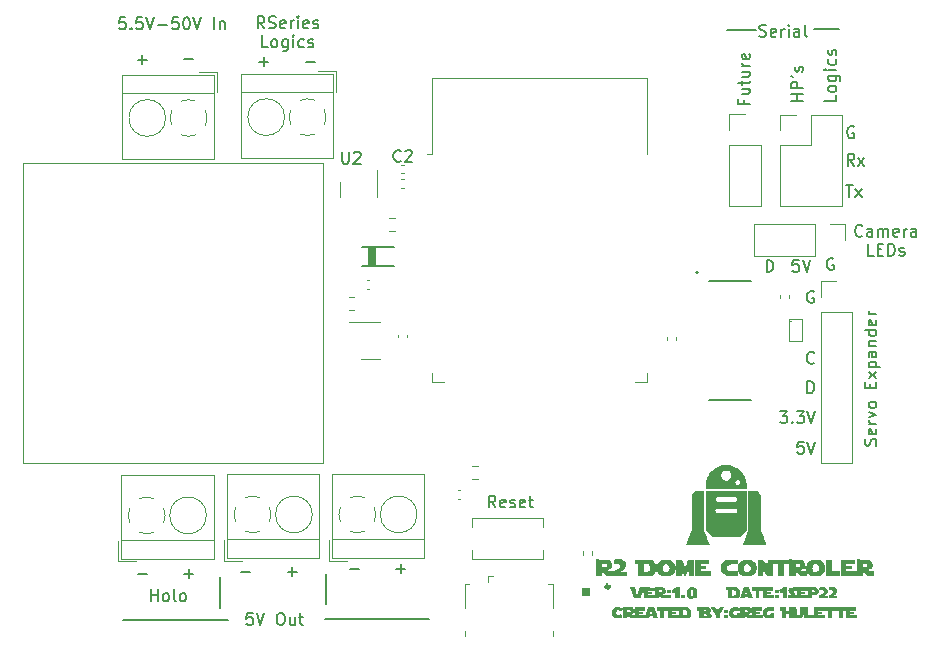
<source format=gbr>
%TF.GenerationSoftware,KiCad,Pcbnew,(6.0.0-0)*%
%TF.CreationDate,2022-09-07T16:36:10-04:00*%
%TF.ProjectId,Dome_Controller,446f6d65-5f43-46f6-9e74-726f6c6c6572,rev?*%
%TF.SameCoordinates,Original*%
%TF.FileFunction,Legend,Top*%
%TF.FilePolarity,Positive*%
%FSLAX46Y46*%
G04 Gerber Fmt 4.6, Leading zero omitted, Abs format (unit mm)*
G04 Created by KiCad (PCBNEW (6.0.0-0)) date 2022-09-07 16:36:10*
%MOMM*%
%LPD*%
G01*
G04 APERTURE LIST*
%ADD10C,0.150000*%
%ADD11C,0.120000*%
%ADD12C,0.300000*%
%ADD13C,0.010000*%
%ADD14C,0.127000*%
%ADD15C,0.101600*%
%ADD16C,0.103000*%
%ADD17C,0.200000*%
G04 APERTURE END LIST*
D10*
X99410000Y-104570000D02*
X99410000Y-107150000D01*
X135810000Y-58540000D02*
X133330000Y-58540000D01*
X91120000Y-108540000D02*
X82250000Y-108540000D01*
X90440000Y-104880000D02*
X90440000Y-107460000D01*
X140740000Y-58500000D02*
X142830000Y-58500000D01*
X108165000Y-108380000D02*
X99295000Y-108380000D01*
X144820000Y-75952142D02*
X144772380Y-75999761D01*
X144629523Y-76047380D01*
X144534285Y-76047380D01*
X144391428Y-75999761D01*
X144296190Y-75904523D01*
X144248571Y-75809285D01*
X144200952Y-75618809D01*
X144200952Y-75475952D01*
X144248571Y-75285476D01*
X144296190Y-75190238D01*
X144391428Y-75095000D01*
X144534285Y-75047380D01*
X144629523Y-75047380D01*
X144772380Y-75095000D01*
X144820000Y-75142619D01*
X145677142Y-76047380D02*
X145677142Y-75523571D01*
X145629523Y-75428333D01*
X145534285Y-75380714D01*
X145343809Y-75380714D01*
X145248571Y-75428333D01*
X145677142Y-75999761D02*
X145581904Y-76047380D01*
X145343809Y-76047380D01*
X145248571Y-75999761D01*
X145200952Y-75904523D01*
X145200952Y-75809285D01*
X145248571Y-75714047D01*
X145343809Y-75666428D01*
X145581904Y-75666428D01*
X145677142Y-75618809D01*
X146153333Y-76047380D02*
X146153333Y-75380714D01*
X146153333Y-75475952D02*
X146200952Y-75428333D01*
X146296190Y-75380714D01*
X146439047Y-75380714D01*
X146534285Y-75428333D01*
X146581904Y-75523571D01*
X146581904Y-76047380D01*
X146581904Y-75523571D02*
X146629523Y-75428333D01*
X146724761Y-75380714D01*
X146867619Y-75380714D01*
X146962857Y-75428333D01*
X147010476Y-75523571D01*
X147010476Y-76047380D01*
X147867619Y-75999761D02*
X147772380Y-76047380D01*
X147581904Y-76047380D01*
X147486666Y-75999761D01*
X147439047Y-75904523D01*
X147439047Y-75523571D01*
X147486666Y-75428333D01*
X147581904Y-75380714D01*
X147772380Y-75380714D01*
X147867619Y-75428333D01*
X147915238Y-75523571D01*
X147915238Y-75618809D01*
X147439047Y-75714047D01*
X148343809Y-76047380D02*
X148343809Y-75380714D01*
X148343809Y-75571190D02*
X148391428Y-75475952D01*
X148439047Y-75428333D01*
X148534285Y-75380714D01*
X148629523Y-75380714D01*
X149391428Y-76047380D02*
X149391428Y-75523571D01*
X149343809Y-75428333D01*
X149248571Y-75380714D01*
X149058095Y-75380714D01*
X148962857Y-75428333D01*
X149391428Y-75999761D02*
X149296190Y-76047380D01*
X149058095Y-76047380D01*
X148962857Y-75999761D01*
X148915238Y-75904523D01*
X148915238Y-75809285D01*
X148962857Y-75714047D01*
X149058095Y-75666428D01*
X149296190Y-75666428D01*
X149391428Y-75618809D01*
X145772380Y-77657380D02*
X145296190Y-77657380D01*
X145296190Y-76657380D01*
X146105714Y-77133571D02*
X146439047Y-77133571D01*
X146581904Y-77657380D02*
X146105714Y-77657380D01*
X146105714Y-76657380D01*
X146581904Y-76657380D01*
X147010476Y-77657380D02*
X147010476Y-76657380D01*
X147248571Y-76657380D01*
X147391428Y-76705000D01*
X147486666Y-76800238D01*
X147534285Y-76895476D01*
X147581904Y-77085952D01*
X147581904Y-77228809D01*
X147534285Y-77419285D01*
X147486666Y-77514523D01*
X147391428Y-77609761D01*
X147248571Y-77657380D01*
X147010476Y-77657380D01*
X147962857Y-77609761D02*
X148058095Y-77657380D01*
X148248571Y-77657380D01*
X148343809Y-77609761D01*
X148391428Y-77514523D01*
X148391428Y-77466904D01*
X148343809Y-77371666D01*
X148248571Y-77324047D01*
X148105714Y-77324047D01*
X148010476Y-77276428D01*
X147962857Y-77181190D01*
X147962857Y-77133571D01*
X148010476Y-77038333D01*
X148105714Y-76990714D01*
X148248571Y-76990714D01*
X148343809Y-77038333D01*
X93196666Y-107912380D02*
X92720476Y-107912380D01*
X92672857Y-108388571D01*
X92720476Y-108340952D01*
X92815714Y-108293333D01*
X93053809Y-108293333D01*
X93149047Y-108340952D01*
X93196666Y-108388571D01*
X93244285Y-108483809D01*
X93244285Y-108721904D01*
X93196666Y-108817142D01*
X93149047Y-108864761D01*
X93053809Y-108912380D01*
X92815714Y-108912380D01*
X92720476Y-108864761D01*
X92672857Y-108817142D01*
X93530000Y-107912380D02*
X93863333Y-108912380D01*
X94196666Y-107912380D01*
X95482380Y-107912380D02*
X95672857Y-107912380D01*
X95768095Y-107960000D01*
X95863333Y-108055238D01*
X95910952Y-108245714D01*
X95910952Y-108579047D01*
X95863333Y-108769523D01*
X95768095Y-108864761D01*
X95672857Y-108912380D01*
X95482380Y-108912380D01*
X95387142Y-108864761D01*
X95291904Y-108769523D01*
X95244285Y-108579047D01*
X95244285Y-108245714D01*
X95291904Y-108055238D01*
X95387142Y-107960000D01*
X95482380Y-107912380D01*
X96768095Y-108245714D02*
X96768095Y-108912380D01*
X96339523Y-108245714D02*
X96339523Y-108769523D01*
X96387142Y-108864761D01*
X96482380Y-108912380D01*
X96625238Y-108912380D01*
X96720476Y-108864761D01*
X96768095Y-108817142D01*
X97101428Y-108245714D02*
X97482380Y-108245714D01*
X97244285Y-107912380D02*
X97244285Y-108769523D01*
X97291904Y-108864761D01*
X97387142Y-108912380D01*
X97482380Y-108912380D01*
X84597619Y-106912380D02*
X84597619Y-105912380D01*
X84597619Y-106388571D02*
X85169047Y-106388571D01*
X85169047Y-106912380D02*
X85169047Y-105912380D01*
X85788095Y-106912380D02*
X85692857Y-106864761D01*
X85645238Y-106817142D01*
X85597619Y-106721904D01*
X85597619Y-106436190D01*
X85645238Y-106340952D01*
X85692857Y-106293333D01*
X85788095Y-106245714D01*
X85930952Y-106245714D01*
X86026190Y-106293333D01*
X86073809Y-106340952D01*
X86121428Y-106436190D01*
X86121428Y-106721904D01*
X86073809Y-106817142D01*
X86026190Y-106864761D01*
X85930952Y-106912380D01*
X85788095Y-106912380D01*
X86692857Y-106912380D02*
X86597619Y-106864761D01*
X86550000Y-106769523D01*
X86550000Y-105912380D01*
X87216666Y-106912380D02*
X87121428Y-106864761D01*
X87073809Y-106817142D01*
X87026190Y-106721904D01*
X87026190Y-106436190D01*
X87073809Y-106340952D01*
X87121428Y-106293333D01*
X87216666Y-106245714D01*
X87359523Y-106245714D01*
X87454761Y-106293333D01*
X87502380Y-106340952D01*
X87550000Y-106436190D01*
X87550000Y-106721904D01*
X87502380Y-106817142D01*
X87454761Y-106864761D01*
X87359523Y-106912380D01*
X87216666Y-106912380D01*
X145964761Y-93732857D02*
X146012380Y-93590000D01*
X146012380Y-93351904D01*
X145964761Y-93256666D01*
X145917142Y-93209047D01*
X145821904Y-93161428D01*
X145726666Y-93161428D01*
X145631428Y-93209047D01*
X145583809Y-93256666D01*
X145536190Y-93351904D01*
X145488571Y-93542380D01*
X145440952Y-93637619D01*
X145393333Y-93685238D01*
X145298095Y-93732857D01*
X145202857Y-93732857D01*
X145107619Y-93685238D01*
X145060000Y-93637619D01*
X145012380Y-93542380D01*
X145012380Y-93304285D01*
X145060000Y-93161428D01*
X145964761Y-92351904D02*
X146012380Y-92447142D01*
X146012380Y-92637619D01*
X145964761Y-92732857D01*
X145869523Y-92780476D01*
X145488571Y-92780476D01*
X145393333Y-92732857D01*
X145345714Y-92637619D01*
X145345714Y-92447142D01*
X145393333Y-92351904D01*
X145488571Y-92304285D01*
X145583809Y-92304285D01*
X145679047Y-92780476D01*
X146012380Y-91875714D02*
X145345714Y-91875714D01*
X145536190Y-91875714D02*
X145440952Y-91828095D01*
X145393333Y-91780476D01*
X145345714Y-91685238D01*
X145345714Y-91590000D01*
X145345714Y-91351904D02*
X146012380Y-91113809D01*
X145345714Y-90875714D01*
X146012380Y-90351904D02*
X145964761Y-90447142D01*
X145917142Y-90494761D01*
X145821904Y-90542380D01*
X145536190Y-90542380D01*
X145440952Y-90494761D01*
X145393333Y-90447142D01*
X145345714Y-90351904D01*
X145345714Y-90209047D01*
X145393333Y-90113809D01*
X145440952Y-90066190D01*
X145536190Y-90018571D01*
X145821904Y-90018571D01*
X145917142Y-90066190D01*
X145964761Y-90113809D01*
X146012380Y-90209047D01*
X146012380Y-90351904D01*
X145488571Y-88828095D02*
X145488571Y-88494761D01*
X146012380Y-88351904D02*
X146012380Y-88828095D01*
X145012380Y-88828095D01*
X145012380Y-88351904D01*
X146012380Y-88018571D02*
X145345714Y-87494761D01*
X145345714Y-88018571D02*
X146012380Y-87494761D01*
X145345714Y-87113809D02*
X146345714Y-87113809D01*
X145393333Y-87113809D02*
X145345714Y-87018571D01*
X145345714Y-86828095D01*
X145393333Y-86732857D01*
X145440952Y-86685238D01*
X145536190Y-86637619D01*
X145821904Y-86637619D01*
X145917142Y-86685238D01*
X145964761Y-86732857D01*
X146012380Y-86828095D01*
X146012380Y-87018571D01*
X145964761Y-87113809D01*
X146012380Y-85780476D02*
X145488571Y-85780476D01*
X145393333Y-85828095D01*
X145345714Y-85923333D01*
X145345714Y-86113809D01*
X145393333Y-86209047D01*
X145964761Y-85780476D02*
X146012380Y-85875714D01*
X146012380Y-86113809D01*
X145964761Y-86209047D01*
X145869523Y-86256666D01*
X145774285Y-86256666D01*
X145679047Y-86209047D01*
X145631428Y-86113809D01*
X145631428Y-85875714D01*
X145583809Y-85780476D01*
X145345714Y-85304285D02*
X146012380Y-85304285D01*
X145440952Y-85304285D02*
X145393333Y-85256666D01*
X145345714Y-85161428D01*
X145345714Y-85018571D01*
X145393333Y-84923333D01*
X145488571Y-84875714D01*
X146012380Y-84875714D01*
X146012380Y-83970952D02*
X145012380Y-83970952D01*
X145964761Y-83970952D02*
X146012380Y-84066190D01*
X146012380Y-84256666D01*
X145964761Y-84351904D01*
X145917142Y-84399523D01*
X145821904Y-84447142D01*
X145536190Y-84447142D01*
X145440952Y-84399523D01*
X145393333Y-84351904D01*
X145345714Y-84256666D01*
X145345714Y-84066190D01*
X145393333Y-83970952D01*
X145964761Y-83113809D02*
X146012380Y-83209047D01*
X146012380Y-83399523D01*
X145964761Y-83494761D01*
X145869523Y-83542380D01*
X145488571Y-83542380D01*
X145393333Y-83494761D01*
X145345714Y-83399523D01*
X145345714Y-83209047D01*
X145393333Y-83113809D01*
X145488571Y-83066190D01*
X145583809Y-83066190D01*
X145679047Y-83542380D01*
X146012380Y-82637619D02*
X145345714Y-82637619D01*
X145536190Y-82637619D02*
X145440952Y-82590000D01*
X145393333Y-82542380D01*
X145345714Y-82447142D01*
X145345714Y-82351904D01*
X143425237Y-71692380D02*
X143996666Y-71692380D01*
X143710952Y-72692380D02*
X143710952Y-71692380D01*
X144234761Y-72692380D02*
X144758571Y-72025714D01*
X144234761Y-72025714D02*
X144758571Y-72692380D01*
X88190952Y-104588571D02*
X87429047Y-104588571D01*
X87810000Y-104207619D02*
X87810000Y-104969523D01*
X83469047Y-61061428D02*
X84230952Y-61061428D01*
X83850000Y-61442380D02*
X83850000Y-60680476D01*
X93010952Y-104468571D02*
X92249047Y-104468571D01*
X87379047Y-61031428D02*
X88140952Y-61031428D01*
X93779047Y-61251428D02*
X94540952Y-61251428D01*
X94160000Y-61632380D02*
X94160000Y-60870476D01*
X139844761Y-93412380D02*
X139368571Y-93412380D01*
X139320952Y-93888571D01*
X139368571Y-93840952D01*
X139463809Y-93793333D01*
X139701904Y-93793333D01*
X139797142Y-93840952D01*
X139844761Y-93888571D01*
X139892380Y-93983809D01*
X139892380Y-94221904D01*
X139844761Y-94317142D01*
X139797142Y-94364761D01*
X139701904Y-94412380D01*
X139463809Y-94412380D01*
X139368571Y-94364761D01*
X139320952Y-94317142D01*
X140178095Y-93412380D02*
X140511428Y-94412380D01*
X140844761Y-93412380D01*
X142361904Y-77910000D02*
X142266666Y-77862380D01*
X142123809Y-77862380D01*
X141980952Y-77910000D01*
X141885714Y-78005238D01*
X141838095Y-78100476D01*
X141790476Y-78290952D01*
X141790476Y-78433809D01*
X141838095Y-78624285D01*
X141885714Y-78719523D01*
X141980952Y-78814761D01*
X142123809Y-78862380D01*
X142219047Y-78862380D01*
X142361904Y-78814761D01*
X142409523Y-78767142D01*
X142409523Y-78433809D01*
X142219047Y-78433809D01*
X140178095Y-89292380D02*
X140178095Y-88292380D01*
X140416190Y-88292380D01*
X140559047Y-88340000D01*
X140654285Y-88435238D01*
X140701904Y-88530476D01*
X140749523Y-88720952D01*
X140749523Y-88863809D01*
X140701904Y-89054285D01*
X140654285Y-89149523D01*
X140559047Y-89244761D01*
X140416190Y-89292380D01*
X140178095Y-89292380D01*
X96920952Y-104438571D02*
X96159047Y-104438571D01*
X96540000Y-104057619D02*
X96540000Y-104819523D01*
X140701904Y-80710000D02*
X140606666Y-80662380D01*
X140463809Y-80662380D01*
X140320952Y-80710000D01*
X140225714Y-80805238D01*
X140178095Y-80900476D01*
X140130476Y-81090952D01*
X140130476Y-81233809D01*
X140178095Y-81424285D01*
X140225714Y-81519523D01*
X140320952Y-81614761D01*
X140463809Y-81662380D01*
X140559047Y-81662380D01*
X140701904Y-81614761D01*
X140749523Y-81567142D01*
X140749523Y-81233809D01*
X140559047Y-81233809D01*
X139782380Y-64551429D02*
X138782380Y-64551429D01*
X139258571Y-64551429D02*
X139258571Y-63980000D01*
X139782380Y-63980000D02*
X138782380Y-63980000D01*
X139782380Y-63503810D02*
X138782380Y-63503810D01*
X138782380Y-63122858D01*
X138830000Y-63027619D01*
X138877619Y-62980000D01*
X138972857Y-62932381D01*
X139115714Y-62932381D01*
X139210952Y-62980000D01*
X139258571Y-63027619D01*
X139306190Y-63122858D01*
X139306190Y-63503810D01*
X138782380Y-62456191D02*
X138972857Y-62551429D01*
X139734761Y-62075238D02*
X139782380Y-61980000D01*
X139782380Y-61789524D01*
X139734761Y-61694286D01*
X139639523Y-61646667D01*
X139591904Y-61646667D01*
X139496666Y-61694286D01*
X139449047Y-61789524D01*
X139449047Y-61932381D01*
X139401428Y-62027619D01*
X139306190Y-62075238D01*
X139258571Y-62075238D01*
X139163333Y-62027619D01*
X139115714Y-61932381D01*
X139115714Y-61789524D01*
X139163333Y-61694286D01*
X82423809Y-57482380D02*
X81947619Y-57482380D01*
X81900000Y-57958571D01*
X81947619Y-57910952D01*
X82042857Y-57863333D01*
X82280952Y-57863333D01*
X82376190Y-57910952D01*
X82423809Y-57958571D01*
X82471428Y-58053809D01*
X82471428Y-58291904D01*
X82423809Y-58387142D01*
X82376190Y-58434761D01*
X82280952Y-58482380D01*
X82042857Y-58482380D01*
X81947619Y-58434761D01*
X81900000Y-58387142D01*
X82900000Y-58387142D02*
X82947619Y-58434761D01*
X82900000Y-58482380D01*
X82852380Y-58434761D01*
X82900000Y-58387142D01*
X82900000Y-58482380D01*
X83852380Y-57482380D02*
X83376190Y-57482380D01*
X83328571Y-57958571D01*
X83376190Y-57910952D01*
X83471428Y-57863333D01*
X83709523Y-57863333D01*
X83804761Y-57910952D01*
X83852380Y-57958571D01*
X83900000Y-58053809D01*
X83900000Y-58291904D01*
X83852380Y-58387142D01*
X83804761Y-58434761D01*
X83709523Y-58482380D01*
X83471428Y-58482380D01*
X83376190Y-58434761D01*
X83328571Y-58387142D01*
X84185714Y-57482380D02*
X84519047Y-58482380D01*
X84852380Y-57482380D01*
X85185714Y-58101428D02*
X85947619Y-58101428D01*
X86900000Y-57482380D02*
X86423809Y-57482380D01*
X86376190Y-57958571D01*
X86423809Y-57910952D01*
X86519047Y-57863333D01*
X86757142Y-57863333D01*
X86852380Y-57910952D01*
X86900000Y-57958571D01*
X86947619Y-58053809D01*
X86947619Y-58291904D01*
X86900000Y-58387142D01*
X86852380Y-58434761D01*
X86757142Y-58482380D01*
X86519047Y-58482380D01*
X86423809Y-58434761D01*
X86376190Y-58387142D01*
X87566666Y-57482380D02*
X87661904Y-57482380D01*
X87757142Y-57530000D01*
X87804761Y-57577619D01*
X87852380Y-57672857D01*
X87900000Y-57863333D01*
X87900000Y-58101428D01*
X87852380Y-58291904D01*
X87804761Y-58387142D01*
X87757142Y-58434761D01*
X87661904Y-58482380D01*
X87566666Y-58482380D01*
X87471428Y-58434761D01*
X87423809Y-58387142D01*
X87376190Y-58291904D01*
X87328571Y-58101428D01*
X87328571Y-57863333D01*
X87376190Y-57672857D01*
X87423809Y-57577619D01*
X87471428Y-57530000D01*
X87566666Y-57482380D01*
X88185714Y-57482380D02*
X88519047Y-58482380D01*
X88852380Y-57482380D01*
X89947619Y-58482380D02*
X89947619Y-57482380D01*
X90423809Y-57815714D02*
X90423809Y-58482380D01*
X90423809Y-57910952D02*
X90471428Y-57863333D01*
X90566666Y-57815714D01*
X90709523Y-57815714D01*
X90804761Y-57863333D01*
X90852380Y-57958571D01*
X90852380Y-58482380D01*
X94183809Y-58407380D02*
X93850476Y-57931190D01*
X93612380Y-58407380D02*
X93612380Y-57407380D01*
X93993333Y-57407380D01*
X94088571Y-57455000D01*
X94136190Y-57502619D01*
X94183809Y-57597857D01*
X94183809Y-57740714D01*
X94136190Y-57835952D01*
X94088571Y-57883571D01*
X93993333Y-57931190D01*
X93612380Y-57931190D01*
X94564761Y-58359761D02*
X94707619Y-58407380D01*
X94945714Y-58407380D01*
X95040952Y-58359761D01*
X95088571Y-58312142D01*
X95136190Y-58216904D01*
X95136190Y-58121666D01*
X95088571Y-58026428D01*
X95040952Y-57978809D01*
X94945714Y-57931190D01*
X94755238Y-57883571D01*
X94660000Y-57835952D01*
X94612380Y-57788333D01*
X94564761Y-57693095D01*
X94564761Y-57597857D01*
X94612380Y-57502619D01*
X94660000Y-57455000D01*
X94755238Y-57407380D01*
X94993333Y-57407380D01*
X95136190Y-57455000D01*
X95945714Y-58359761D02*
X95850476Y-58407380D01*
X95660000Y-58407380D01*
X95564761Y-58359761D01*
X95517142Y-58264523D01*
X95517142Y-57883571D01*
X95564761Y-57788333D01*
X95660000Y-57740714D01*
X95850476Y-57740714D01*
X95945714Y-57788333D01*
X95993333Y-57883571D01*
X95993333Y-57978809D01*
X95517142Y-58074047D01*
X96421904Y-58407380D02*
X96421904Y-57740714D01*
X96421904Y-57931190D02*
X96469523Y-57835952D01*
X96517142Y-57788333D01*
X96612380Y-57740714D01*
X96707619Y-57740714D01*
X97040952Y-58407380D02*
X97040952Y-57740714D01*
X97040952Y-57407380D02*
X96993333Y-57455000D01*
X97040952Y-57502619D01*
X97088571Y-57455000D01*
X97040952Y-57407380D01*
X97040952Y-57502619D01*
X97898095Y-58359761D02*
X97802857Y-58407380D01*
X97612380Y-58407380D01*
X97517142Y-58359761D01*
X97469523Y-58264523D01*
X97469523Y-57883571D01*
X97517142Y-57788333D01*
X97612380Y-57740714D01*
X97802857Y-57740714D01*
X97898095Y-57788333D01*
X97945714Y-57883571D01*
X97945714Y-57978809D01*
X97469523Y-58074047D01*
X98326666Y-58359761D02*
X98421904Y-58407380D01*
X98612380Y-58407380D01*
X98707619Y-58359761D01*
X98755238Y-58264523D01*
X98755238Y-58216904D01*
X98707619Y-58121666D01*
X98612380Y-58074047D01*
X98469523Y-58074047D01*
X98374285Y-58026428D01*
X98326666Y-57931190D01*
X98326666Y-57883571D01*
X98374285Y-57788333D01*
X98469523Y-57740714D01*
X98612380Y-57740714D01*
X98707619Y-57788333D01*
X94493333Y-60017380D02*
X94017142Y-60017380D01*
X94017142Y-59017380D01*
X94969523Y-60017380D02*
X94874285Y-59969761D01*
X94826666Y-59922142D01*
X94779047Y-59826904D01*
X94779047Y-59541190D01*
X94826666Y-59445952D01*
X94874285Y-59398333D01*
X94969523Y-59350714D01*
X95112380Y-59350714D01*
X95207619Y-59398333D01*
X95255238Y-59445952D01*
X95302857Y-59541190D01*
X95302857Y-59826904D01*
X95255238Y-59922142D01*
X95207619Y-59969761D01*
X95112380Y-60017380D01*
X94969523Y-60017380D01*
X96160000Y-59350714D02*
X96160000Y-60160238D01*
X96112380Y-60255476D01*
X96064761Y-60303095D01*
X95969523Y-60350714D01*
X95826666Y-60350714D01*
X95731428Y-60303095D01*
X96160000Y-59969761D02*
X96064761Y-60017380D01*
X95874285Y-60017380D01*
X95779047Y-59969761D01*
X95731428Y-59922142D01*
X95683809Y-59826904D01*
X95683809Y-59541190D01*
X95731428Y-59445952D01*
X95779047Y-59398333D01*
X95874285Y-59350714D01*
X96064761Y-59350714D01*
X96160000Y-59398333D01*
X96636190Y-60017380D02*
X96636190Y-59350714D01*
X96636190Y-59017380D02*
X96588571Y-59065000D01*
X96636190Y-59112619D01*
X96683809Y-59065000D01*
X96636190Y-59017380D01*
X96636190Y-59112619D01*
X97540952Y-59969761D02*
X97445714Y-60017380D01*
X97255238Y-60017380D01*
X97160000Y-59969761D01*
X97112380Y-59922142D01*
X97064761Y-59826904D01*
X97064761Y-59541190D01*
X97112380Y-59445952D01*
X97160000Y-59398333D01*
X97255238Y-59350714D01*
X97445714Y-59350714D01*
X97540952Y-59398333D01*
X97921904Y-59969761D02*
X98017142Y-60017380D01*
X98207619Y-60017380D01*
X98302857Y-59969761D01*
X98350476Y-59874523D01*
X98350476Y-59826904D01*
X98302857Y-59731666D01*
X98207619Y-59684047D01*
X98064761Y-59684047D01*
X97969523Y-59636428D01*
X97921904Y-59541190D01*
X97921904Y-59493571D01*
X97969523Y-59398333D01*
X98064761Y-59350714D01*
X98207619Y-59350714D01*
X98302857Y-59398333D01*
X136113809Y-59064761D02*
X136256666Y-59112380D01*
X136494761Y-59112380D01*
X136590000Y-59064761D01*
X136637619Y-59017142D01*
X136685238Y-58921904D01*
X136685238Y-58826666D01*
X136637619Y-58731428D01*
X136590000Y-58683809D01*
X136494761Y-58636190D01*
X136304285Y-58588571D01*
X136209047Y-58540952D01*
X136161428Y-58493333D01*
X136113809Y-58398095D01*
X136113809Y-58302857D01*
X136161428Y-58207619D01*
X136209047Y-58160000D01*
X136304285Y-58112380D01*
X136542380Y-58112380D01*
X136685238Y-58160000D01*
X137494761Y-59064761D02*
X137399523Y-59112380D01*
X137209047Y-59112380D01*
X137113809Y-59064761D01*
X137066190Y-58969523D01*
X137066190Y-58588571D01*
X137113809Y-58493333D01*
X137209047Y-58445714D01*
X137399523Y-58445714D01*
X137494761Y-58493333D01*
X137542380Y-58588571D01*
X137542380Y-58683809D01*
X137066190Y-58779047D01*
X137970952Y-59112380D02*
X137970952Y-58445714D01*
X137970952Y-58636190D02*
X138018571Y-58540952D01*
X138066190Y-58493333D01*
X138161428Y-58445714D01*
X138256666Y-58445714D01*
X138590000Y-59112380D02*
X138590000Y-58445714D01*
X138590000Y-58112380D02*
X138542380Y-58160000D01*
X138590000Y-58207619D01*
X138637619Y-58160000D01*
X138590000Y-58112380D01*
X138590000Y-58207619D01*
X139494761Y-59112380D02*
X139494761Y-58588571D01*
X139447142Y-58493333D01*
X139351904Y-58445714D01*
X139161428Y-58445714D01*
X139066190Y-58493333D01*
X139494761Y-59064761D02*
X139399523Y-59112380D01*
X139161428Y-59112380D01*
X139066190Y-59064761D01*
X139018571Y-58969523D01*
X139018571Y-58874285D01*
X139066190Y-58779047D01*
X139161428Y-58731428D01*
X139399523Y-58731428D01*
X139494761Y-58683809D01*
X140113809Y-59112380D02*
X140018571Y-59064761D01*
X139970952Y-58969523D01*
X139970952Y-58112380D01*
X137844761Y-90822380D02*
X138463809Y-90822380D01*
X138130475Y-91203333D01*
X138273332Y-91203333D01*
X138368571Y-91250952D01*
X138416190Y-91298571D01*
X138463809Y-91393809D01*
X138463809Y-91631904D01*
X138416190Y-91727142D01*
X138368571Y-91774761D01*
X138273332Y-91822380D01*
X137987618Y-91822380D01*
X137892380Y-91774761D01*
X137844761Y-91727142D01*
X138892380Y-91727142D02*
X138939999Y-91774761D01*
X138892380Y-91822380D01*
X138844761Y-91774761D01*
X138892380Y-91727142D01*
X138892380Y-91822380D01*
X139273332Y-90822380D02*
X139892380Y-90822380D01*
X139559047Y-91203333D01*
X139701904Y-91203333D01*
X139797142Y-91250952D01*
X139844761Y-91298571D01*
X139892380Y-91393809D01*
X139892380Y-91631904D01*
X139844761Y-91727142D01*
X139797142Y-91774761D01*
X139701904Y-91822380D01*
X139416190Y-91822380D01*
X139320952Y-91774761D01*
X139273332Y-91727142D01*
X140178094Y-90822380D02*
X140511428Y-91822380D01*
X140844761Y-90822380D01*
X142612380Y-64075238D02*
X142612380Y-64551429D01*
X141612380Y-64551429D01*
X142612380Y-63599048D02*
X142564761Y-63694286D01*
X142517142Y-63741905D01*
X142421904Y-63789524D01*
X142136190Y-63789524D01*
X142040952Y-63741905D01*
X141993333Y-63694286D01*
X141945714Y-63599048D01*
X141945714Y-63456191D01*
X141993333Y-63360952D01*
X142040952Y-63313333D01*
X142136190Y-63265714D01*
X142421904Y-63265714D01*
X142517142Y-63313333D01*
X142564761Y-63360952D01*
X142612380Y-63456191D01*
X142612380Y-63599048D01*
X141945714Y-62408572D02*
X142755238Y-62408572D01*
X142850476Y-62456191D01*
X142898095Y-62503810D01*
X142945714Y-62599048D01*
X142945714Y-62741905D01*
X142898095Y-62837143D01*
X142564761Y-62408572D02*
X142612380Y-62503810D01*
X142612380Y-62694286D01*
X142564761Y-62789524D01*
X142517142Y-62837143D01*
X142421904Y-62884762D01*
X142136190Y-62884762D01*
X142040952Y-62837143D01*
X141993333Y-62789524D01*
X141945714Y-62694286D01*
X141945714Y-62503810D01*
X141993333Y-62408572D01*
X142612380Y-61932381D02*
X141945714Y-61932381D01*
X141612380Y-61932381D02*
X141660000Y-61980000D01*
X141707619Y-61932381D01*
X141660000Y-61884762D01*
X141612380Y-61932381D01*
X141707619Y-61932381D01*
X142564761Y-61027619D02*
X142612380Y-61122857D01*
X142612380Y-61313333D01*
X142564761Y-61408572D01*
X142517142Y-61456191D01*
X142421904Y-61503810D01*
X142136190Y-61503810D01*
X142040952Y-61456191D01*
X141993333Y-61408572D01*
X141945714Y-61313333D01*
X141945714Y-61122857D01*
X141993333Y-61027619D01*
X142564761Y-60646667D02*
X142612380Y-60551429D01*
X142612380Y-60360952D01*
X142564761Y-60265714D01*
X142469523Y-60218095D01*
X142421904Y-60218095D01*
X142326666Y-60265714D01*
X142279047Y-60360952D01*
X142279047Y-60503810D01*
X142231428Y-60599048D01*
X142136190Y-60646667D01*
X142088571Y-60646667D01*
X141993333Y-60599048D01*
X141945714Y-60503810D01*
X141945714Y-60360952D01*
X141993333Y-60265714D01*
X136718095Y-79032380D02*
X136718095Y-78032380D01*
X136956190Y-78032380D01*
X137099047Y-78080000D01*
X137194285Y-78175238D01*
X137241904Y-78270476D01*
X137289523Y-78460952D01*
X137289523Y-78603809D01*
X137241904Y-78794285D01*
X137194285Y-78889523D01*
X137099047Y-78984761D01*
X136956190Y-79032380D01*
X136718095Y-79032380D01*
X144139523Y-70032380D02*
X143806190Y-69556190D01*
X143568095Y-70032380D02*
X143568095Y-69032380D01*
X143949047Y-69032380D01*
X144044285Y-69080000D01*
X144091904Y-69127619D01*
X144139523Y-69222857D01*
X144139523Y-69365714D01*
X144091904Y-69460952D01*
X144044285Y-69508571D01*
X143949047Y-69556190D01*
X143568095Y-69556190D01*
X144472857Y-70032380D02*
X144996666Y-69365714D01*
X144472857Y-69365714D02*
X144996666Y-70032380D01*
X134778571Y-64495714D02*
X134778571Y-64829047D01*
X135302380Y-64829047D02*
X134302380Y-64829047D01*
X134302380Y-64352857D01*
X134635714Y-63543333D02*
X135302380Y-63543333D01*
X134635714Y-63971904D02*
X135159523Y-63971904D01*
X135254761Y-63924285D01*
X135302380Y-63829047D01*
X135302380Y-63686190D01*
X135254761Y-63590952D01*
X135207142Y-63543333D01*
X134635714Y-63210000D02*
X134635714Y-62829047D01*
X134302380Y-63067142D02*
X135159523Y-63067142D01*
X135254761Y-63019523D01*
X135302380Y-62924285D01*
X135302380Y-62829047D01*
X134635714Y-62067142D02*
X135302380Y-62067142D01*
X134635714Y-62495714D02*
X135159523Y-62495714D01*
X135254761Y-62448095D01*
X135302380Y-62352857D01*
X135302380Y-62210000D01*
X135254761Y-62114761D01*
X135207142Y-62067142D01*
X135302380Y-61590952D02*
X134635714Y-61590952D01*
X134826190Y-61590952D02*
X134730952Y-61543333D01*
X134683333Y-61495714D01*
X134635714Y-61400476D01*
X134635714Y-61305238D01*
X135254761Y-60590952D02*
X135302380Y-60686190D01*
X135302380Y-60876666D01*
X135254761Y-60971904D01*
X135159523Y-61019523D01*
X134778571Y-61019523D01*
X134683333Y-60971904D01*
X134635714Y-60876666D01*
X134635714Y-60686190D01*
X134683333Y-60590952D01*
X134778571Y-60543333D01*
X134873809Y-60543333D01*
X134969047Y-61019523D01*
X84280952Y-104618571D02*
X83519047Y-104618571D01*
X106140952Y-104178571D02*
X105379047Y-104178571D01*
X105760000Y-103797619D02*
X105760000Y-104559523D01*
X113761904Y-98972380D02*
X113428571Y-98496190D01*
X113190476Y-98972380D02*
X113190476Y-97972380D01*
X113571428Y-97972380D01*
X113666666Y-98020000D01*
X113714285Y-98067619D01*
X113761904Y-98162857D01*
X113761904Y-98305714D01*
X113714285Y-98400952D01*
X113666666Y-98448571D01*
X113571428Y-98496190D01*
X113190476Y-98496190D01*
X114571428Y-98924761D02*
X114476190Y-98972380D01*
X114285714Y-98972380D01*
X114190476Y-98924761D01*
X114142857Y-98829523D01*
X114142857Y-98448571D01*
X114190476Y-98353333D01*
X114285714Y-98305714D01*
X114476190Y-98305714D01*
X114571428Y-98353333D01*
X114619047Y-98448571D01*
X114619047Y-98543809D01*
X114142857Y-98639047D01*
X115000000Y-98924761D02*
X115095238Y-98972380D01*
X115285714Y-98972380D01*
X115380952Y-98924761D01*
X115428571Y-98829523D01*
X115428571Y-98781904D01*
X115380952Y-98686666D01*
X115285714Y-98639047D01*
X115142857Y-98639047D01*
X115047619Y-98591428D01*
X115000000Y-98496190D01*
X115000000Y-98448571D01*
X115047619Y-98353333D01*
X115142857Y-98305714D01*
X115285714Y-98305714D01*
X115380952Y-98353333D01*
X116238095Y-98924761D02*
X116142857Y-98972380D01*
X115952380Y-98972380D01*
X115857142Y-98924761D01*
X115809523Y-98829523D01*
X115809523Y-98448571D01*
X115857142Y-98353333D01*
X115952380Y-98305714D01*
X116142857Y-98305714D01*
X116238095Y-98353333D01*
X116285714Y-98448571D01*
X116285714Y-98543809D01*
X115809523Y-98639047D01*
X116571428Y-98305714D02*
X116952380Y-98305714D01*
X116714285Y-97972380D02*
X116714285Y-98829523D01*
X116761904Y-98924761D01*
X116857142Y-98972380D01*
X116952380Y-98972380D01*
X139429523Y-78012380D02*
X138953333Y-78012380D01*
X138905714Y-78488571D01*
X138953333Y-78440952D01*
X139048571Y-78393333D01*
X139286666Y-78393333D01*
X139381904Y-78440952D01*
X139429523Y-78488571D01*
X139477142Y-78583809D01*
X139477142Y-78821904D01*
X139429523Y-78917142D01*
X139381904Y-78964761D01*
X139286666Y-79012380D01*
X139048571Y-79012380D01*
X138953333Y-78964761D01*
X138905714Y-78917142D01*
X139762857Y-78012380D02*
X140096190Y-79012380D01*
X140429523Y-78012380D01*
X97689047Y-61221428D02*
X98450952Y-61221428D01*
X144091904Y-66750000D02*
X143996666Y-66702380D01*
X143853809Y-66702380D01*
X143710952Y-66750000D01*
X143615714Y-66845238D01*
X143568095Y-66940476D01*
X143520476Y-67130952D01*
X143520476Y-67273809D01*
X143568095Y-67464285D01*
X143615714Y-67559523D01*
X143710952Y-67654761D01*
X143853809Y-67702380D01*
X143949047Y-67702380D01*
X144091904Y-67654761D01*
X144139523Y-67607142D01*
X144139523Y-67273809D01*
X143949047Y-67273809D01*
X102230952Y-104208571D02*
X101469047Y-104208571D01*
X140749523Y-86707142D02*
X140701904Y-86754761D01*
X140559047Y-86802380D01*
X140463809Y-86802380D01*
X140320952Y-86754761D01*
X140225714Y-86659523D01*
X140178095Y-86564285D01*
X140130476Y-86373809D01*
X140130476Y-86230952D01*
X140178095Y-86040476D01*
X140225714Y-85945238D01*
X140320952Y-85850000D01*
X140463809Y-85802380D01*
X140559047Y-85802380D01*
X140701904Y-85850000D01*
X140749523Y-85897619D01*
%TO.C,C2*%
X105743333Y-69617142D02*
X105695714Y-69664761D01*
X105552857Y-69712380D01*
X105457619Y-69712380D01*
X105314761Y-69664761D01*
X105219523Y-69569523D01*
X105171904Y-69474285D01*
X105124285Y-69283809D01*
X105124285Y-69140952D01*
X105171904Y-68950476D01*
X105219523Y-68855238D01*
X105314761Y-68760000D01*
X105457619Y-68712380D01*
X105552857Y-68712380D01*
X105695714Y-68760000D01*
X105743333Y-68807619D01*
X106124285Y-68807619D02*
X106171904Y-68760000D01*
X106267142Y-68712380D01*
X106505238Y-68712380D01*
X106600476Y-68760000D01*
X106648095Y-68807619D01*
X106695714Y-68902857D01*
X106695714Y-68998095D01*
X106648095Y-69140952D01*
X106076666Y-69712380D01*
X106695714Y-69712380D01*
%TO.C,U2*%
X100768095Y-68862380D02*
X100768095Y-69671904D01*
X100815714Y-69767142D01*
X100863333Y-69814761D01*
X100958571Y-69862380D01*
X101149047Y-69862380D01*
X101244285Y-69814761D01*
X101291904Y-69767142D01*
X101339523Y-69671904D01*
X101339523Y-68862380D01*
X101768095Y-68957619D02*
X101815714Y-68910000D01*
X101910952Y-68862380D01*
X102149047Y-68862380D01*
X102244285Y-68910000D01*
X102291904Y-68957619D01*
X102339523Y-69052857D01*
X102339523Y-69148095D01*
X102291904Y-69290952D01*
X101720476Y-69862380D01*
X102339523Y-69862380D01*
D11*
%TO.C,R4*%
X121960000Y-102686359D02*
X121960000Y-102993641D01*
X121200000Y-102686359D02*
X121200000Y-102993641D01*
%TO.C,L1*%
D12*
X123410000Y-105670000D02*
G75*
G03*
X123410000Y-105670000I-150000J0D01*
G01*
D13*
X121060000Y-105770000D02*
X121660000Y-105770000D01*
X121660000Y-105770000D02*
X121660000Y-106370000D01*
X121660000Y-106370000D02*
X121060000Y-106370000D01*
X121060000Y-106370000D02*
X121060000Y-105770000D01*
G36*
X121660000Y-106370000D02*
G01*
X121060000Y-106370000D01*
X121060000Y-105770000D01*
X121660000Y-105770000D01*
X121660000Y-106370000D01*
G37*
X121660000Y-106370000D02*
X121060000Y-106370000D01*
X121060000Y-105770000D01*
X121660000Y-105770000D01*
X121660000Y-106370000D01*
D11*
%TO.C,J5*%
X90180000Y-62100000D02*
X88680000Y-62100000D01*
X89940000Y-69460000D02*
X89940000Y-62340000D01*
X89940000Y-62340000D02*
X82120000Y-62340000D01*
X89940000Y-63900000D02*
X82120000Y-63900000D01*
X82120000Y-69460000D02*
X82120000Y-62340000D01*
X90180000Y-63840000D02*
X90180000Y-62100000D01*
X89940000Y-69460000D02*
X82120000Y-69460000D01*
X88388000Y-64568000D02*
G75*
G03*
X87752989Y-64444507I-607998J-1431988D01*
G01*
X86348000Y-65392000D02*
G75*
G03*
X86347891Y-66607742I1432003J-607999D01*
G01*
X87780000Y-64445000D02*
G75*
G03*
X87172413Y-64568615I-1J-1554997D01*
G01*
X87172000Y-67432000D02*
G75*
G03*
X88387742Y-67432109I607999J1432003D01*
G01*
X89212000Y-66608000D02*
G75*
G03*
X89212109Y-65392258I-1432003J607999D01*
G01*
X85835000Y-66000000D02*
G75*
G03*
X85835000Y-66000000I-1555000J0D01*
G01*
%TO.C,G\u002A\u002A\u002A*%
G36*
X140235065Y-108086623D02*
G01*
X140757360Y-108086623D01*
X140757360Y-107426883D01*
X141582035Y-107426883D01*
X141582035Y-107701775D01*
X141334633Y-107701775D01*
X141217089Y-107702693D01*
X141144049Y-107706999D01*
X141105049Y-107717018D01*
X141089626Y-107735076D01*
X141087230Y-107756753D01*
X141093248Y-107787459D01*
X141119684Y-107804052D01*
X141179112Y-107810721D01*
X141252165Y-107811731D01*
X141417100Y-107811731D01*
X141417100Y-107976666D01*
X141252165Y-107976666D01*
X141160045Y-107978672D01*
X141110269Y-107987484D01*
X141090262Y-108007294D01*
X141087230Y-108031645D01*
X141090849Y-108056171D01*
X141108186Y-108072078D01*
X141148962Y-108081217D01*
X141222895Y-108085439D01*
X141339707Y-108086596D01*
X141375866Y-108086623D01*
X141664503Y-108086623D01*
X141664503Y-108361515D01*
X139905195Y-108361515D01*
X139905195Y-107399394D01*
X140235065Y-107399394D01*
X140235065Y-108086623D01*
G37*
G36*
X138448269Y-106684675D02*
G01*
X138090910Y-106684675D01*
X138090910Y-106077115D01*
X137993949Y-106151070D01*
X137934023Y-106193309D01*
X137895089Y-106214243D01*
X137888463Y-106214320D01*
X137871704Y-106180945D01*
X137846872Y-106119619D01*
X137820956Y-106049391D01*
X137800946Y-105989311D01*
X137793830Y-105958429D01*
X137794251Y-105957526D01*
X137924468Y-105867431D01*
X138019284Y-105803928D01*
X138088535Y-105762366D01*
X138142060Y-105738096D01*
X138189695Y-105726468D01*
X138241279Y-105722832D01*
X138291400Y-105722554D01*
X138448269Y-105722554D01*
X138448269Y-106684675D01*
G37*
G36*
X133445239Y-107921688D02*
G01*
X133115368Y-107921688D01*
X133115368Y-107646796D01*
X133445239Y-107646796D01*
X133445239Y-107921688D01*
G37*
G36*
X134848552Y-107399394D02*
G01*
X135044347Y-107403574D01*
X135191965Y-107418287D01*
X135297722Y-107446793D01*
X135367936Y-107492352D01*
X135408923Y-107558221D01*
X135427002Y-107647662D01*
X135429386Y-107699083D01*
X135414815Y-107819582D01*
X135363978Y-107903588D01*
X135286717Y-107953591D01*
X135221937Y-107993863D01*
X135209680Y-108030893D01*
X135247496Y-108060579D01*
X135332936Y-108078815D01*
X135362866Y-108081187D01*
X135506927Y-108089496D01*
X135506927Y-107426883D01*
X136331602Y-107426883D01*
X136331602Y-107701775D01*
X136084200Y-107701775D01*
X135966656Y-107702693D01*
X135893616Y-107706999D01*
X135854616Y-107717018D01*
X135839193Y-107735076D01*
X135836797Y-107756753D01*
X135842815Y-107787459D01*
X135869251Y-107804052D01*
X135928679Y-107810721D01*
X136001732Y-107811731D01*
X136166667Y-107811731D01*
X136166667Y-107976666D01*
X136001732Y-107976666D01*
X135909612Y-107978672D01*
X135859836Y-107987484D01*
X135839829Y-108007294D01*
X135836797Y-108031645D01*
X135840416Y-108056171D01*
X135857753Y-108072078D01*
X135898529Y-108081217D01*
X135972462Y-108085439D01*
X136089274Y-108086596D01*
X136125433Y-108086623D01*
X136414070Y-108086623D01*
X136414070Y-108361515D01*
X135137552Y-108361515D01*
X134992369Y-108218136D01*
X134847187Y-108074757D01*
X134847187Y-108361515D01*
X134370450Y-108361515D01*
X134195655Y-108361062D01*
X134066078Y-108359007D01*
X133971960Y-108354308D01*
X133903544Y-108345921D01*
X133851073Y-108332804D01*
X133804787Y-108313913D01*
X133772560Y-108297602D01*
X133653460Y-108206471D01*
X133572382Y-108085941D01*
X133531367Y-107947809D01*
X133532458Y-107803870D01*
X133577695Y-107665921D01*
X133646366Y-107568526D01*
X133770359Y-107473367D01*
X133922316Y-107415777D01*
X134088051Y-107398028D01*
X134253375Y-107422394D01*
X134343702Y-107456824D01*
X134412734Y-107493786D01*
X134454925Y-107523222D01*
X134461194Y-107532419D01*
X134443780Y-107561768D01*
X134400525Y-107616836D01*
X134367160Y-107655729D01*
X134311186Y-107716626D01*
X134274852Y-107741912D01*
X134241744Y-107737481D01*
X134203490Y-107714498D01*
X134107899Y-107680023D01*
X134011718Y-107690519D01*
X133928844Y-107738655D01*
X133873179Y-107817101D01*
X133857576Y-107896949D01*
X133874020Y-107970430D01*
X133928964Y-108022494D01*
X134021422Y-108058822D01*
X134113229Y-108073076D01*
X134167024Y-108050003D01*
X134187082Y-107987411D01*
X134187446Y-107973725D01*
X134190223Y-107928255D01*
X134207572Y-107904587D01*
X134253020Y-107895607D01*
X134338637Y-107894199D01*
X134489827Y-107894199D01*
X134489827Y-107729264D01*
X134847187Y-107729264D01*
X134850157Y-107777972D01*
X134868495Y-107802331D01*
X134916339Y-107810773D01*
X134985495Y-107811731D01*
X135080599Y-107805280D01*
X135130222Y-107784465D01*
X135139761Y-107770147D01*
X135138912Y-107711674D01*
X135091224Y-107669376D01*
X135003693Y-107648261D01*
X134967522Y-107646796D01*
X134892792Y-107649368D01*
X134857899Y-107663988D01*
X134847727Y-107701017D01*
X134847187Y-107729264D01*
X134489827Y-107729264D01*
X134489827Y-107399394D01*
X134848552Y-107399394D01*
G37*
G36*
X144878809Y-103391244D02*
G01*
X145067541Y-103394560D01*
X145209446Y-103398430D01*
X145312672Y-103403704D01*
X145385370Y-103411234D01*
X145435688Y-103421871D01*
X145471778Y-103436466D01*
X145501787Y-103455872D01*
X145502489Y-103456395D01*
X145611749Y-103559703D01*
X145674434Y-103677258D01*
X145697714Y-103804044D01*
X145689362Y-103947672D01*
X145637876Y-104060973D01*
X145539318Y-104150417D01*
X145461089Y-104192964D01*
X145384931Y-104229672D01*
X145350887Y-104254883D01*
X145351085Y-104279990D01*
X145376663Y-104315165D01*
X145409074Y-104346633D01*
X145452499Y-104364926D01*
X145521429Y-104373443D01*
X145630354Y-104375583D01*
X145634223Y-104375584D01*
X145842858Y-104375584D01*
X145842858Y-104787922D01*
X145280546Y-104787922D01*
X145066897Y-104575526D01*
X144853247Y-104363129D01*
X144853247Y-104787922D01*
X143011472Y-104787922D01*
X143011472Y-103385974D01*
X144220996Y-103385974D01*
X144220996Y-103798311D01*
X143478788Y-103798311D01*
X143478788Y-103963246D01*
X143946104Y-103963246D01*
X143946104Y-104210649D01*
X143478788Y-104210649D01*
X143478788Y-104375584D01*
X144330953Y-104375584D01*
X144330953Y-103993144D01*
X144853247Y-103993144D01*
X145052544Y-103985068D01*
X145155360Y-103979949D01*
X145215539Y-103971623D01*
X145245393Y-103955042D01*
X145257233Y-103925160D01*
X145260699Y-103899733D01*
X145258394Y-103824314D01*
X145225598Y-103776502D01*
X145154760Y-103751213D01*
X145038334Y-103743361D01*
X145028561Y-103743333D01*
X144853247Y-103743333D01*
X144853247Y-103993144D01*
X144330953Y-103993144D01*
X144330953Y-103382769D01*
X144878809Y-103391244D01*
G37*
G36*
X133252814Y-105997446D02*
G01*
X133252814Y-105719083D01*
X133745701Y-105727691D01*
X133924125Y-105731305D01*
X134056292Y-105735673D01*
X134150922Y-105741797D01*
X134216736Y-105750678D01*
X134262454Y-105763316D01*
X134296797Y-105780713D01*
X134314403Y-105792975D01*
X134413762Y-105880830D01*
X134472502Y-105973096D01*
X134499250Y-106087657D01*
X134503572Y-106185013D01*
X134487438Y-106352584D01*
X134436188Y-106483770D01*
X134345552Y-106587697D01*
X134298724Y-106622731D01*
X134257488Y-106647678D01*
X134213493Y-106664884D01*
X134155915Y-106675767D01*
X134073930Y-106681745D01*
X133956716Y-106684238D01*
X133826022Y-106684675D01*
X133445239Y-106684675D01*
X133445239Y-106437272D01*
X133775109Y-106437272D01*
X133886315Y-106437272D01*
X133986011Y-106422675D01*
X134062124Y-106372635D01*
X134064995Y-106369799D01*
X134117387Y-106292075D01*
X134132468Y-106193114D01*
X134109452Y-106086992D01*
X134043645Y-106012610D01*
X133939906Y-105974287D01*
X133881358Y-105969956D01*
X133775109Y-105969956D01*
X133775109Y-106437272D01*
X133445239Y-106437272D01*
X133445239Y-105997446D01*
X133252814Y-105997446D01*
G37*
G36*
X139251476Y-107743576D02*
G01*
X139259200Y-108095871D01*
X139335676Y-108121320D01*
X139414882Y-108130763D01*
X139479994Y-108102318D01*
X139508662Y-108081151D01*
X139527853Y-108055282D01*
X139539466Y-108014250D01*
X139545401Y-107947595D01*
X139547557Y-107844857D01*
X139547836Y-107728630D01*
X139547836Y-107399394D01*
X139877706Y-107399394D01*
X139877663Y-107722391D01*
X139873528Y-107901579D01*
X139859142Y-108036377D01*
X139831459Y-108136900D01*
X139787429Y-108213261D01*
X139724003Y-108275576D01*
X139707039Y-108288482D01*
X139623501Y-108326676D01*
X139505853Y-108351778D01*
X139373947Y-108361207D01*
X139247638Y-108352384D01*
X139233794Y-108349975D01*
X139136569Y-108313669D01*
X139040534Y-108249238D01*
X138966301Y-108172224D01*
X138942218Y-108130099D01*
X138928541Y-108110292D01*
X138920633Y-108137290D01*
X138917354Y-108215086D01*
X138917327Y-108217197D01*
X138915585Y-108361515D01*
X138585715Y-108361515D01*
X138585715Y-108004155D01*
X138365801Y-108004155D01*
X138365801Y-108361515D01*
X138035931Y-108361515D01*
X138035931Y-107701775D01*
X137816018Y-107701775D01*
X137816018Y-107426883D01*
X138365801Y-107426883D01*
X138365801Y-107729264D01*
X138585715Y-107729264D01*
X138585715Y-107578073D01*
X138587210Y-107491621D01*
X138596361Y-107446620D01*
X138620166Y-107429548D01*
X138663959Y-107426883D01*
X138726493Y-107424952D01*
X138826117Y-107419800D01*
X138945103Y-107412384D01*
X138992978Y-107409082D01*
X139243752Y-107391282D01*
X139251476Y-107743576D01*
G37*
G36*
X140538811Y-105722554D02*
G01*
X140720839Y-105725456D01*
X140856560Y-105735956D01*
X140954427Y-105756745D01*
X141022894Y-105790513D01*
X141070411Y-105839950D01*
X141103140Y-105902176D01*
X141138963Y-106036730D01*
X141125408Y-106158897D01*
X141100509Y-106218259D01*
X141033730Y-106302525D01*
X140933406Y-106355490D01*
X140793132Y-106379896D01*
X140717491Y-106382294D01*
X140537446Y-106382294D01*
X140537446Y-106684675D01*
X139272944Y-106684675D01*
X139272944Y-106024935D01*
X139137121Y-106024935D01*
X139055771Y-106029267D01*
X138999919Y-106040306D01*
X138986908Y-106048217D01*
X138995964Y-106079585D01*
X139035857Y-106130527D01*
X139056462Y-106151302D01*
X139151874Y-106264496D01*
X139206840Y-106379493D01*
X139219748Y-106487665D01*
X139188985Y-106580382D01*
X139145536Y-106627701D01*
X139105067Y-106654043D01*
X139055987Y-106670881D01*
X138985629Y-106680234D01*
X138881325Y-106684122D01*
X138788176Y-106684675D01*
X138503247Y-106684675D01*
X138503247Y-106409783D01*
X138636112Y-106409783D01*
X138717337Y-106406439D01*
X138773644Y-106397943D01*
X138786474Y-106392285D01*
X138778600Y-106364695D01*
X138740979Y-106309538D01*
X138684447Y-106241845D01*
X138619211Y-106160461D01*
X138570327Y-106083156D01*
X138550798Y-106035017D01*
X138550742Y-105940766D01*
X138579173Y-105850216D01*
X138628167Y-105785837D01*
X138641777Y-105776952D01*
X138683633Y-105769090D01*
X138773643Y-105762265D01*
X138904989Y-105756720D01*
X139070852Y-105752699D01*
X139264414Y-105750446D01*
X139394838Y-105750043D01*
X140097620Y-105750043D01*
X140097620Y-106024935D01*
X139850217Y-106024935D01*
X139732673Y-106025853D01*
X139659633Y-106030160D01*
X139620634Y-106040179D01*
X139605210Y-106058236D01*
X139602814Y-106079913D01*
X139608832Y-106110620D01*
X139635269Y-106127212D01*
X139694697Y-106133881D01*
X139767749Y-106134891D01*
X139932684Y-106134891D01*
X139932684Y-106299826D01*
X139767749Y-106299826D01*
X139675630Y-106301833D01*
X139625853Y-106310645D01*
X139605847Y-106330454D01*
X139602814Y-106354805D01*
X139606433Y-106379331D01*
X139623771Y-106395238D01*
X139664546Y-106404377D01*
X139738480Y-106408599D01*
X139855292Y-106409756D01*
X139891451Y-106409783D01*
X140180087Y-106409783D01*
X140180087Y-106064662D01*
X140537446Y-106064662D01*
X140540156Y-106125289D01*
X140558397Y-106153590D01*
X140607339Y-106161884D01*
X140657782Y-106162381D01*
X140756383Y-106150859D01*
X140814250Y-106118843D01*
X140836963Y-106062908D01*
X140809873Y-106016965D01*
X140737904Y-105985754D01*
X140665204Y-105975322D01*
X140537446Y-105966944D01*
X140537446Y-106064662D01*
X140180087Y-106064662D01*
X140180087Y-105722554D01*
X140538811Y-105722554D01*
G37*
G36*
X132458240Y-107536839D02*
G01*
X132504725Y-107610233D01*
X132538846Y-107660101D01*
X132551333Y-107674285D01*
X132569426Y-107653143D01*
X132607730Y-107598268D01*
X132648052Y-107536839D01*
X132736251Y-107399394D01*
X132925810Y-107399394D01*
X133019869Y-107401533D01*
X133087701Y-107407155D01*
X133115296Y-107415069D01*
X133115368Y-107415516D01*
X133100669Y-107443079D01*
X133060572Y-107506527D01*
X133001083Y-107596616D01*
X132928206Y-107704102D01*
X132922944Y-107711769D01*
X132842785Y-107829367D01*
X132788702Y-107914097D01*
X132755563Y-107978353D01*
X132738240Y-108034531D01*
X132731603Y-108095025D01*
X132730520Y-108172231D01*
X132730520Y-108361515D01*
X132400650Y-108361515D01*
X132400650Y-108195663D01*
X132399107Y-108123561D01*
X132391045Y-108064629D01*
X132371311Y-108006593D01*
X132334754Y-107937178D01*
X132276223Y-107844107D01*
X132213181Y-107748964D01*
X132139110Y-107637692D01*
X132075331Y-107541310D01*
X132028569Y-107470020D01*
X132005549Y-107434023D01*
X132005390Y-107433755D01*
X132007703Y-107415140D01*
X132046818Y-107404304D01*
X132130199Y-107399772D01*
X132179368Y-107399394D01*
X132373669Y-107399394D01*
X132458240Y-107536839D01*
G37*
G36*
X129816667Y-106684675D02*
G01*
X129486797Y-106684675D01*
X129486797Y-106409783D01*
X129816667Y-106409783D01*
X129816667Y-106684675D01*
G37*
G36*
X127591409Y-105722554D02*
G01*
X127787204Y-105726734D01*
X127934822Y-105741447D01*
X128040579Y-105769953D01*
X128110793Y-105815512D01*
X128151780Y-105881382D01*
X128169859Y-105970822D01*
X128172243Y-106022243D01*
X128157673Y-106142742D01*
X128106836Y-106226749D01*
X128029574Y-106276751D01*
X127964165Y-106316778D01*
X127951368Y-106353005D01*
X127988818Y-106382076D01*
X128074151Y-106400638D01*
X128119478Y-106404283D01*
X128277273Y-106412527D01*
X128277273Y-106684675D01*
X127880409Y-106684675D01*
X127735226Y-106541296D01*
X127590044Y-106397917D01*
X127590044Y-106684675D01*
X126325542Y-106684675D01*
X126323948Y-106265465D01*
X126322355Y-105846255D01*
X126213743Y-106148636D01*
X126165730Y-106281994D01*
X126119960Y-106408568D01*
X126082259Y-106512280D01*
X126061873Y-106567846D01*
X126018614Y-106684675D01*
X125758877Y-106684675D01*
X125621441Y-106681835D01*
X125533897Y-106672910D01*
X125491435Y-106657293D01*
X125486398Y-106650314D01*
X125464329Y-106589055D01*
X125430883Y-106494105D01*
X125389564Y-106375635D01*
X125343875Y-106243815D01*
X125297320Y-106108816D01*
X125253404Y-105980809D01*
X125215630Y-105869966D01*
X125187502Y-105786456D01*
X125172523Y-105740451D01*
X125170996Y-105734770D01*
X125196144Y-105728701D01*
X125262232Y-105724328D01*
X125355228Y-105722558D01*
X125360027Y-105722554D01*
X125549059Y-105722554D01*
X125641720Y-106052424D01*
X125678183Y-106177724D01*
X125710694Y-106281148D01*
X125735906Y-106352616D01*
X125750474Y-106382050D01*
X125751191Y-106382294D01*
X125764770Y-106357490D01*
X125789385Y-106289923D01*
X125821563Y-106189857D01*
X125857829Y-106067558D01*
X125858494Y-106065228D01*
X125895171Y-105941188D01*
X125928155Y-105837780D01*
X125953837Y-105765799D01*
X125968605Y-105736037D01*
X125968613Y-105736032D01*
X126000775Y-105733219D01*
X126079520Y-105732250D01*
X126196485Y-105733051D01*
X126343309Y-105735549D01*
X126511629Y-105739669D01*
X126569228Y-105741335D01*
X127150217Y-105758767D01*
X127150217Y-106024935D01*
X126902814Y-106024935D01*
X126785270Y-106025853D01*
X126712231Y-106030160D01*
X126673231Y-106040179D01*
X126657808Y-106058236D01*
X126655412Y-106079913D01*
X126661430Y-106110620D01*
X126687866Y-106127212D01*
X126747294Y-106133881D01*
X126820347Y-106134891D01*
X126985282Y-106134891D01*
X126985282Y-106299826D01*
X126820347Y-106299826D01*
X126728227Y-106301833D01*
X126678451Y-106310645D01*
X126658444Y-106330454D01*
X126655412Y-106354805D01*
X126659031Y-106379331D01*
X126676368Y-106395238D01*
X126717143Y-106404377D01*
X126791077Y-106408599D01*
X126907889Y-106409756D01*
X126944048Y-106409783D01*
X127232684Y-106409783D01*
X127232684Y-106052424D01*
X127590044Y-106052424D01*
X127593014Y-106101132D01*
X127611352Y-106125491D01*
X127659196Y-106133933D01*
X127728352Y-106134891D01*
X127823456Y-106128440D01*
X127873079Y-106107625D01*
X127882618Y-106093308D01*
X127881769Y-106034834D01*
X127834081Y-105992536D01*
X127746550Y-105971422D01*
X127710379Y-105969956D01*
X127635650Y-105972528D01*
X127600756Y-105987149D01*
X127590584Y-106024177D01*
X127590044Y-106052424D01*
X127232684Y-106052424D01*
X127232684Y-105722554D01*
X127591409Y-105722554D01*
G37*
G36*
X137376191Y-107701775D02*
G01*
X137176713Y-107701775D01*
X137014328Y-107709037D01*
X136885838Y-107729733D01*
X136798807Y-107762221D01*
X136766910Y-107790612D01*
X136745667Y-107864060D01*
X136753090Y-107949098D01*
X136786440Y-108015231D01*
X136787137Y-108015937D01*
X136844609Y-108045503D01*
X136928470Y-108058977D01*
X136938328Y-108059134D01*
X137008015Y-108055721D01*
X137038676Y-108037398D01*
X137046195Y-107992034D01*
X137046321Y-107976666D01*
X137046321Y-107894199D01*
X137376191Y-107894199D01*
X137376191Y-108361515D01*
X137066938Y-108361493D01*
X136921617Y-108359823D01*
X136817293Y-108353572D01*
X136740051Y-108340841D01*
X136675977Y-108319732D01*
X136640116Y-108303276D01*
X136514629Y-108212613D01*
X136430443Y-108089300D01*
X136392151Y-107941616D01*
X136392048Y-107856135D01*
X136425758Y-107703125D01*
X136500809Y-107584700D01*
X136620905Y-107495364D01*
X136642854Y-107484220D01*
X136707173Y-107457664D01*
X136777609Y-107440576D01*
X136868187Y-107431067D01*
X136992935Y-107427249D01*
X137068744Y-107426883D01*
X137376191Y-107426883D01*
X137376191Y-107701775D01*
G37*
G36*
X137733550Y-106244848D02*
G01*
X137403680Y-106244848D01*
X137403680Y-105969956D01*
X137733550Y-105969956D01*
X137733550Y-106244848D01*
G37*
G36*
X133445239Y-108361515D02*
G01*
X133115368Y-108361515D01*
X133115368Y-108086623D01*
X133445239Y-108086623D01*
X133445239Y-108361515D01*
G37*
G36*
X126210688Y-103385974D02*
G01*
X126449615Y-103386968D01*
X126640863Y-103390820D01*
X126791709Y-103398831D01*
X126909430Y-103412304D01*
X127001303Y-103432541D01*
X127074605Y-103460844D01*
X127136614Y-103498516D01*
X127194606Y-103546858D01*
X127214304Y-103565570D01*
X127281455Y-103648175D01*
X127343220Y-103752339D01*
X127366460Y-103804333D01*
X127396043Y-103873295D01*
X127416813Y-103906487D01*
X127423676Y-103900031D01*
X127444831Y-103817064D01*
X127497865Y-103715720D01*
X127573035Y-103613539D01*
X127598578Y-103585204D01*
X127728401Y-103486987D01*
X127898320Y-103420859D01*
X128102424Y-103388808D01*
X128190848Y-103385974D01*
X128427499Y-103404613D01*
X128624751Y-103460915D01*
X128783792Y-103555459D01*
X128905809Y-103688824D01*
X128944354Y-103752864D01*
X128986323Y-103873487D01*
X129007139Y-104024161D01*
X129006779Y-104184432D01*
X128985218Y-104333844D01*
X128945175Y-104446910D01*
X128835079Y-104597644D01*
X128688564Y-104712064D01*
X128547563Y-104772997D01*
X128397666Y-104802727D01*
X128225418Y-104813906D01*
X128051709Y-104806908D01*
X127897430Y-104782103D01*
X127826276Y-104760172D01*
X127729179Y-104713185D01*
X127640045Y-104655460D01*
X127610717Y-104630884D01*
X127543337Y-104553051D01*
X127482781Y-104459740D01*
X127439824Y-104369790D01*
X127425109Y-104306334D01*
X127415915Y-104274709D01*
X127394489Y-104285186D01*
X127370060Y-104329250D01*
X127357758Y-104368452D01*
X127295663Y-104512844D01*
X127189950Y-104635741D01*
X127059108Y-104721015D01*
X127006629Y-104744117D01*
X126956573Y-104761144D01*
X126899580Y-104773023D01*
X126826293Y-104780684D01*
X126727354Y-104785054D01*
X126593405Y-104787061D01*
X126415087Y-104787635D01*
X126387392Y-104787653D01*
X125858226Y-104787922D01*
X125858226Y-104436767D01*
X126325542Y-104436767D01*
X126518109Y-104425886D01*
X126633261Y-104415282D01*
X126708746Y-104396519D01*
X126759727Y-104365427D01*
X126768662Y-104357019D01*
X126823011Y-104268489D01*
X126850369Y-104151289D01*
X126850518Y-104095384D01*
X127925298Y-104095384D01*
X127935572Y-104205729D01*
X127959939Y-104299312D01*
X127986315Y-104345529D01*
X128075994Y-104405820D01*
X128191186Y-104425010D01*
X128319122Y-104401454D01*
X128344666Y-104391656D01*
X128415692Y-104350502D01*
X128464666Y-104302043D01*
X128467485Y-104297251D01*
X128490654Y-104214910D01*
X128495748Y-104105703D01*
X128483510Y-103994421D01*
X128455793Y-103907958D01*
X128389768Y-103834447D01*
X128294688Y-103792691D01*
X128186350Y-103782649D01*
X128080547Y-103804279D01*
X127993075Y-103857539D01*
X127953426Y-103909297D01*
X127930716Y-103989498D01*
X127925298Y-104095384D01*
X126850518Y-104095384D01*
X126850706Y-104024493D01*
X126823991Y-103907176D01*
X126770197Y-103818416D01*
X126769493Y-103817708D01*
X126721878Y-103783215D01*
X126653956Y-103762083D01*
X126550323Y-103750040D01*
X126518109Y-103748010D01*
X126325542Y-103737129D01*
X126325542Y-104436767D01*
X125858226Y-104436767D01*
X125858226Y-103798311D01*
X125555845Y-103798311D01*
X125555845Y-103385974D01*
X126210688Y-103385974D01*
G37*
G36*
X128634633Y-106244848D02*
G01*
X128304762Y-106244848D01*
X128304762Y-105969956D01*
X128634633Y-105969956D01*
X128634633Y-106244848D01*
G37*
G36*
X143451299Y-107701775D02*
G01*
X143148918Y-107701775D01*
X143148918Y-108361515D01*
X142819048Y-108361515D01*
X142819048Y-107701775D01*
X142241775Y-107701775D01*
X142241775Y-108361515D01*
X141911905Y-108361515D01*
X141911905Y-107701775D01*
X141609524Y-107701775D01*
X141609524Y-107426883D01*
X143451299Y-107426883D01*
X143451299Y-107701775D01*
G37*
G36*
X137733550Y-106684675D02*
G01*
X137403680Y-106684675D01*
X137403680Y-106409783D01*
X137733550Y-106409783D01*
X137733550Y-106684675D01*
G37*
G36*
X136599056Y-103618706D02*
G01*
X136785174Y-103851437D01*
X136793116Y-103618706D01*
X136801059Y-103385974D01*
X138613204Y-103385974D01*
X138613204Y-103798311D01*
X138173377Y-103798311D01*
X138173377Y-104787922D01*
X137678572Y-104787922D01*
X137678572Y-103798311D01*
X137293723Y-103798311D01*
X137293723Y-104787922D01*
X136807793Y-104787922D01*
X136617804Y-104548015D01*
X136427814Y-104308107D01*
X136419872Y-104548015D01*
X136411929Y-104787922D01*
X135946754Y-104787922D01*
X135946754Y-103385974D01*
X136412939Y-103385974D01*
X136599056Y-103618706D01*
G37*
G36*
X129943285Y-106097493D02*
G01*
X129954139Y-106016287D01*
X129976087Y-105957633D01*
X129997874Y-105923866D01*
X130110839Y-105807663D01*
X130242892Y-105741683D01*
X130386978Y-105722554D01*
X130556207Y-105743735D01*
X130689606Y-105806331D01*
X130785809Y-105908923D01*
X130843452Y-106050091D01*
X130861256Y-106215620D01*
X130844272Y-106392901D01*
X130792034Y-106528615D01*
X130702613Y-106624918D01*
X130574080Y-106683970D01*
X130422044Y-106707125D01*
X130315450Y-106709546D01*
X130242361Y-106699796D01*
X130181890Y-106673708D01*
X130149065Y-106652692D01*
X130049577Y-106574396D01*
X129986731Y-106494031D01*
X129953013Y-106395922D01*
X129940909Y-106264396D01*
X129940696Y-106245878D01*
X130291083Y-106245878D01*
X130291294Y-106249407D01*
X130308027Y-106366979D01*
X130339436Y-106450138D01*
X130381730Y-106490036D01*
X130395342Y-106492251D01*
X130430496Y-106474844D01*
X130460699Y-106449053D01*
X130487671Y-106392480D01*
X130502748Y-106301412D01*
X130505980Y-106195023D01*
X130497417Y-106092483D01*
X130477111Y-106012964D01*
X130459472Y-105984437D01*
X130403473Y-105952634D01*
X130354557Y-105969301D01*
X130316801Y-106028015D01*
X130294284Y-106122349D01*
X130291083Y-106245878D01*
X129940696Y-106245878D01*
X129940368Y-106217359D01*
X129943285Y-106097493D01*
G37*
G36*
X129652829Y-103635614D02*
G01*
X129707347Y-103743501D01*
X129755695Y-103833147D01*
X129791294Y-103892663D01*
X129804397Y-103909492D01*
X129830579Y-103897797D01*
X129874973Y-103835087D01*
X129937121Y-103722058D01*
X129968356Y-103659852D01*
X130103111Y-103385974D01*
X130586364Y-103385974D01*
X130586364Y-104787922D01*
X130119048Y-104787922D01*
X130117643Y-104519902D01*
X130116238Y-104251883D01*
X129979930Y-104519902D01*
X129922469Y-104628328D01*
X129871747Y-104715715D01*
X129833887Y-104772010D01*
X129816667Y-104787922D01*
X129794042Y-104764875D01*
X129753499Y-104702437D01*
X129701162Y-104610660D01*
X129653405Y-104519902D01*
X129517096Y-104251883D01*
X129515691Y-104519902D01*
X129514286Y-104787922D01*
X129046970Y-104787922D01*
X129046970Y-103385974D01*
X129530466Y-103385974D01*
X129652829Y-103635614D01*
G37*
G36*
X130833767Y-107701775D02*
G01*
X130833767Y-107426883D01*
X131326782Y-107426883D01*
X131490924Y-107428372D01*
X131640260Y-107432504D01*
X131764330Y-107438771D01*
X131852677Y-107446669D01*
X131891640Y-107454197D01*
X131960614Y-107506332D01*
X132008998Y-107590095D01*
X132026951Y-107683198D01*
X132017356Y-107738919D01*
X131974611Y-107806956D01*
X131928952Y-107850191D01*
X131894978Y-107881021D01*
X131900389Y-107894192D01*
X131900978Y-107894199D01*
X131942689Y-107912245D01*
X131997759Y-107956238D01*
X132003306Y-107961672D01*
X132059858Y-108052111D01*
X132065066Y-108152403D01*
X132018892Y-108252644D01*
X132004500Y-108270642D01*
X131938220Y-108347770D01*
X131482206Y-108356492D01*
X131026191Y-108365215D01*
X131026191Y-108086623D01*
X131383550Y-108086623D01*
X131387401Y-108138126D01*
X131409105Y-108161974D01*
X131463890Y-108168770D01*
X131501998Y-108169091D01*
X131589216Y-108159694D01*
X131660370Y-108136298D01*
X131673805Y-108127857D01*
X131710820Y-108094794D01*
X131704000Y-108070231D01*
X131673805Y-108045389D01*
X131612999Y-108019260D01*
X131527376Y-108005030D01*
X131501998Y-108004155D01*
X131428024Y-108006836D01*
X131393771Y-108021947D01*
X131384010Y-108060091D01*
X131383550Y-108086623D01*
X131026191Y-108086623D01*
X131026191Y-107715519D01*
X131383550Y-107715519D01*
X131389808Y-107760300D01*
X131419006Y-107779846D01*
X131486780Y-107784239D01*
X131490141Y-107784242D01*
X131566824Y-107775426D01*
X131620767Y-107753645D01*
X131626933Y-107747852D01*
X131640772Y-107702990D01*
X131607017Y-107668322D01*
X131532825Y-107649055D01*
X131488009Y-107646796D01*
X131419440Y-107651027D01*
X131389871Y-107670627D01*
X131383550Y-107715519D01*
X131026191Y-107715519D01*
X131026191Y-107701775D01*
X130833767Y-107701775D01*
G37*
G36*
X142214286Y-104375584D02*
G01*
X142956494Y-104375584D01*
X142956494Y-104787922D01*
X141746970Y-104787922D01*
X141746970Y-103385974D01*
X142214286Y-103385974D01*
X142214286Y-104375584D01*
G37*
G36*
X136414070Y-106024935D02*
G01*
X136111689Y-106024935D01*
X136111689Y-106684675D01*
X135781819Y-106684675D01*
X135781819Y-106024935D01*
X135479438Y-106024935D01*
X135479438Y-105750043D01*
X136414070Y-105750043D01*
X136414070Y-106024935D01*
G37*
G36*
X129211905Y-107426883D02*
G01*
X129211905Y-107701775D01*
X128964503Y-107701775D01*
X128846959Y-107702693D01*
X128773919Y-107706999D01*
X128734919Y-107717018D01*
X128719496Y-107735076D01*
X128717100Y-107756753D01*
X128723118Y-107787459D01*
X128749555Y-107804052D01*
X128808982Y-107810721D01*
X128882035Y-107811731D01*
X129046970Y-107811731D01*
X129046970Y-107976666D01*
X128882035Y-107976666D01*
X128789916Y-107978672D01*
X128740139Y-107987484D01*
X128720132Y-108007294D01*
X128717100Y-108031645D01*
X128720719Y-108056171D01*
X128738056Y-108072078D01*
X128778832Y-108081217D01*
X128852765Y-108085439D01*
X128969577Y-108086596D01*
X129005736Y-108086623D01*
X129294373Y-108086623D01*
X129294373Y-107395338D01*
X129691060Y-107404238D01*
X129850566Y-107408624D01*
X129965162Y-107414398D01*
X130044917Y-107422957D01*
X130099899Y-107435699D01*
X130140176Y-107454021D01*
X130163550Y-107469815D01*
X130262905Y-107557678D01*
X130321640Y-107649944D01*
X130348385Y-107764503D01*
X130352706Y-107861853D01*
X130336572Y-108029424D01*
X130285322Y-108160609D01*
X130194686Y-108264536D01*
X130147858Y-108299571D01*
X130120406Y-108317094D01*
X130091637Y-108330956D01*
X130055139Y-108341586D01*
X130004500Y-108349413D01*
X129933307Y-108354865D01*
X129835150Y-108358372D01*
X129703615Y-108360362D01*
X129532292Y-108361264D01*
X129314767Y-108361506D01*
X129221585Y-108361515D01*
X128387230Y-108361515D01*
X128387230Y-108114112D01*
X129624243Y-108114112D01*
X129735449Y-108114112D01*
X129835145Y-108099515D01*
X129911259Y-108049475D01*
X129914129Y-108046639D01*
X129966522Y-107968914D01*
X129981602Y-107869954D01*
X129958586Y-107763832D01*
X129892779Y-107689449D01*
X129789040Y-107651127D01*
X129730492Y-107646796D01*
X129624243Y-107646796D01*
X129624243Y-108114112D01*
X128387230Y-108114112D01*
X128387230Y-107426883D01*
X129211905Y-107426883D01*
G37*
G36*
X141628177Y-105735971D02*
G01*
X141762531Y-105777219D01*
X141852940Y-105847791D01*
X141901560Y-105949179D01*
X141911905Y-106043839D01*
X141885669Y-106163346D01*
X141811686Y-106277256D01*
X141697047Y-106376028D01*
X141639753Y-106410032D01*
X141540801Y-106462332D01*
X141911905Y-106464762D01*
X141911905Y-106684675D01*
X141169697Y-106684675D01*
X141169697Y-106547788D01*
X141172558Y-106464599D01*
X141188674Y-106416032D01*
X141229348Y-106381764D01*
X141275984Y-106356677D01*
X141404906Y-106279537D01*
X141495918Y-106201406D01*
X141546168Y-106127352D01*
X141552806Y-106062440D01*
X141512980Y-106011736D01*
X141479476Y-105995032D01*
X141369182Y-105981219D01*
X141302119Y-105992454D01*
X141232789Y-106005599D01*
X141189144Y-106005636D01*
X141184765Y-106003350D01*
X141175425Y-105968833D01*
X141170141Y-105900479D01*
X141169697Y-105872104D01*
X141173424Y-105804374D01*
X141191194Y-105760874D01*
X141232896Y-105736287D01*
X141308415Y-105725294D01*
X141427639Y-105722577D01*
X141447720Y-105722554D01*
X141628177Y-105735971D01*
G37*
G36*
X124236400Y-107407667D02*
G01*
X124336235Y-107429219D01*
X124429125Y-107459147D01*
X124500570Y-107492549D01*
X124536069Y-107524521D01*
X124537601Y-107532419D01*
X124520186Y-107561768D01*
X124476932Y-107616836D01*
X124443566Y-107655729D01*
X124387617Y-107716634D01*
X124351315Y-107741939D01*
X124318203Y-107737510D01*
X124279455Y-107714208D01*
X124186318Y-107680408D01*
X124090940Y-107688728D01*
X124007659Y-107732268D01*
X123950815Y-107804126D01*
X123933983Y-107880454D01*
X123957940Y-107970601D01*
X124020252Y-108038164D01*
X124106581Y-108076243D01*
X124202586Y-108077939D01*
X124279455Y-108046701D01*
X124323082Y-108021278D01*
X124355664Y-108020519D01*
X124393657Y-108050286D01*
X124443566Y-108105179D01*
X124496836Y-108168520D01*
X124530989Y-108214959D01*
X124537601Y-108228489D01*
X124515810Y-108249964D01*
X124459104Y-108284159D01*
X124420109Y-108304084D01*
X124297941Y-108343651D01*
X124156646Y-108360054D01*
X124018074Y-108352808D01*
X123904075Y-108321425D01*
X123892749Y-108315838D01*
X123749254Y-108215150D01*
X123653807Y-108090809D01*
X123608095Y-107945344D01*
X123604113Y-107883127D01*
X123629004Y-107727757D01*
X123699586Y-107596231D01*
X123809724Y-107494043D01*
X123953282Y-107426690D01*
X124124126Y-107399668D01*
X124144122Y-107399394D01*
X124236400Y-107407667D01*
G37*
G36*
X122832489Y-103391244D02*
G01*
X123021221Y-103394560D01*
X123163126Y-103398430D01*
X123266352Y-103403704D01*
X123339049Y-103411234D01*
X123389368Y-103421871D01*
X123425457Y-103436466D01*
X123455467Y-103455872D01*
X123456169Y-103456395D01*
X123565429Y-103559703D01*
X123628113Y-103677258D01*
X123651393Y-103804044D01*
X123643042Y-103947672D01*
X123591556Y-104060973D01*
X123492998Y-104150417D01*
X123414768Y-104192964D01*
X123338611Y-104229672D01*
X123304567Y-104254883D01*
X123304765Y-104279990D01*
X123330343Y-104315165D01*
X123363430Y-104347086D01*
X123407945Y-104365421D01*
X123478698Y-104373731D01*
X123581605Y-104375584D01*
X123683915Y-104373583D01*
X123760838Y-104363714D01*
X123831889Y-104340175D01*
X123916582Y-104297165D01*
X123992707Y-104253378D01*
X124132535Y-104162730D01*
X124242450Y-104073611D01*
X124315798Y-103992329D01*
X124345925Y-103925193D01*
X124346321Y-103918096D01*
X124322443Y-103829882D01*
X124254887Y-103767657D01*
X124149769Y-103734104D01*
X124013203Y-103731905D01*
X123944114Y-103741675D01*
X123858102Y-103757322D01*
X123797327Y-103767901D01*
X123777744Y-103770822D01*
X123773421Y-103745675D01*
X123770308Y-103679592D01*
X123769051Y-103586617D01*
X123769048Y-103581995D01*
X123769048Y-103393167D01*
X123872133Y-103376128D01*
X124001894Y-103362465D01*
X124151597Y-103358605D01*
X124302901Y-103363877D01*
X124437463Y-103377609D01*
X124536943Y-103399129D01*
X124541379Y-103400647D01*
X124684098Y-103470133D01*
X124779345Y-103564194D01*
X124831436Y-103688946D01*
X124844994Y-103830969D01*
X124826184Y-103966214D01*
X124768309Y-104089574D01*
X124666884Y-104207106D01*
X124517428Y-104324868D01*
X124444023Y-104372874D01*
X124308068Y-104458052D01*
X124868615Y-104458052D01*
X124868615Y-104787922D01*
X123234225Y-104787922D01*
X123020576Y-104575526D01*
X122806927Y-104363129D01*
X122806927Y-104787922D01*
X122284633Y-104787922D01*
X122284633Y-103993144D01*
X122806927Y-103993144D01*
X123006223Y-103985068D01*
X123109039Y-103979949D01*
X123169219Y-103971623D01*
X123199073Y-103955042D01*
X123210913Y-103925160D01*
X123214379Y-103899733D01*
X123212074Y-103824314D01*
X123179277Y-103776502D01*
X123108440Y-103751213D01*
X122992014Y-103743361D01*
X122982241Y-103743333D01*
X122806927Y-103743333D01*
X122806927Y-103993144D01*
X122284633Y-103993144D01*
X122284633Y-103382769D01*
X122832489Y-103391244D01*
G37*
G36*
X128634633Y-106684675D02*
G01*
X128304762Y-106684675D01*
X128304762Y-106409783D01*
X128634633Y-106409783D01*
X128634633Y-106684675D01*
G37*
G36*
X128359741Y-107701775D02*
G01*
X128057360Y-107701775D01*
X128057360Y-108361515D01*
X127727490Y-108361515D01*
X127727490Y-107701775D01*
X127425109Y-107701775D01*
X127425109Y-107426883D01*
X128359741Y-107426883D01*
X128359741Y-107701775D01*
G37*
G36*
X134297403Y-103798311D02*
G01*
X134026263Y-103798311D01*
X133811193Y-103803039D01*
X133645131Y-103818751D01*
X133522797Y-103847746D01*
X133438913Y-103892320D01*
X133388198Y-103954769D01*
X133365374Y-104037391D01*
X133362771Y-104086948D01*
X133371601Y-104179837D01*
X133401967Y-104251089D01*
X133459687Y-104303321D01*
X133550575Y-104339148D01*
X133680448Y-104361186D01*
X133855122Y-104372049D01*
X134001894Y-104374387D01*
X134297403Y-104375584D01*
X134297403Y-104787922D01*
X133864449Y-104786489D01*
X133690916Y-104784925D01*
X133561071Y-104780798D01*
X133463642Y-104772981D01*
X133387358Y-104760348D01*
X133320947Y-104741771D01*
X133284206Y-104728482D01*
X133117101Y-104636660D01*
X132985879Y-104507221D01*
X132895074Y-104347715D01*
X132849221Y-104165691D01*
X132848524Y-104003177D01*
X132890169Y-103816305D01*
X132974103Y-103663397D01*
X133102181Y-103542125D01*
X133276258Y-103450159D01*
X133294650Y-103443088D01*
X133362940Y-103420357D01*
X133433750Y-103404452D01*
X133518689Y-103394226D01*
X133629364Y-103388531D01*
X133777384Y-103386220D01*
X133872352Y-103385974D01*
X134297403Y-103385974D01*
X134297403Y-103798311D01*
G37*
G36*
X140098111Y-103879959D02*
G01*
X140119072Y-103805183D01*
X140135058Y-103770822D01*
X140245350Y-103612680D01*
X140386514Y-103497218D01*
X140561167Y-103423056D01*
X140771926Y-103388810D01*
X140863358Y-103385974D01*
X141100010Y-103404613D01*
X141297262Y-103460915D01*
X141456303Y-103555459D01*
X141578320Y-103688824D01*
X141616865Y-103752864D01*
X141658834Y-103873487D01*
X141679650Y-104024161D01*
X141679290Y-104184432D01*
X141657729Y-104333844D01*
X141617686Y-104446910D01*
X141507590Y-104597644D01*
X141361075Y-104712064D01*
X141220074Y-104772997D01*
X141064602Y-104803531D01*
X140886709Y-104814009D01*
X140707922Y-104804878D01*
X140549771Y-104776584D01*
X140491547Y-104757902D01*
X140362126Y-104688796D01*
X140251974Y-104595377D01*
X140251017Y-104594320D01*
X140152598Y-104485382D01*
X140152598Y-104787922D01*
X139590286Y-104787922D01*
X139376637Y-104575526D01*
X139162987Y-104363129D01*
X139162987Y-104787922D01*
X138640693Y-104787922D01*
X138640693Y-103993144D01*
X139162987Y-103993144D01*
X139362284Y-103985068D01*
X139465100Y-103979949D01*
X139525279Y-103971623D01*
X139555133Y-103955042D01*
X139566973Y-103925160D01*
X139570439Y-103899733D01*
X139568134Y-103824314D01*
X139535338Y-103776502D01*
X139464501Y-103751213D01*
X139348074Y-103743361D01*
X139338301Y-103743333D01*
X139162987Y-103743333D01*
X139162987Y-103993144D01*
X138640693Y-103993144D01*
X138640693Y-103382769D01*
X139188549Y-103391244D01*
X139377282Y-103394560D01*
X139519186Y-103398430D01*
X139622412Y-103403704D01*
X139695110Y-103411234D01*
X139745429Y-103421871D01*
X139781518Y-103436466D01*
X139811528Y-103455872D01*
X139812229Y-103456395D01*
X139921490Y-103559703D01*
X139984174Y-103677258D01*
X140007454Y-103804044D01*
X139999103Y-103947672D01*
X139947616Y-104060973D01*
X139849058Y-104150417D01*
X139770829Y-104192964D01*
X139694671Y-104229672D01*
X139660628Y-104254883D01*
X139660825Y-104279990D01*
X139686404Y-104315165D01*
X139723252Y-104349475D01*
X139773964Y-104367915D01*
X139855034Y-104374949D01*
X139909602Y-104375586D01*
X140083875Y-104375587D01*
X140083875Y-104121311D01*
X140084466Y-104095384D01*
X140597809Y-104095384D01*
X140608083Y-104205729D01*
X140632450Y-104299312D01*
X140658826Y-104345529D01*
X140748504Y-104405820D01*
X140863697Y-104425010D01*
X140991632Y-104401454D01*
X141017177Y-104391656D01*
X141088203Y-104350502D01*
X141137177Y-104302043D01*
X141139996Y-104297251D01*
X141163165Y-104214910D01*
X141168259Y-104105703D01*
X141156021Y-103994421D01*
X141128304Y-103907958D01*
X141062279Y-103834447D01*
X140967199Y-103792691D01*
X140858860Y-103782649D01*
X140753058Y-103804279D01*
X140665586Y-103857539D01*
X140625937Y-103909297D01*
X140603226Y-103989498D01*
X140597809Y-104095384D01*
X140084466Y-104095384D01*
X140087082Y-103980518D01*
X140098111Y-103879959D01*
G37*
G36*
X137266234Y-106024935D02*
G01*
X137018832Y-106024935D01*
X136901288Y-106025853D01*
X136828248Y-106030160D01*
X136789248Y-106040179D01*
X136773825Y-106058236D01*
X136771429Y-106079913D01*
X136777447Y-106110620D01*
X136803884Y-106127212D01*
X136863311Y-106133881D01*
X136936364Y-106134891D01*
X137101299Y-106134891D01*
X137101299Y-106299826D01*
X136936364Y-106299826D01*
X136844245Y-106301833D01*
X136794468Y-106310645D01*
X136774461Y-106330454D01*
X136771429Y-106354805D01*
X136775048Y-106379331D01*
X136792385Y-106395238D01*
X136833161Y-106404377D01*
X136907094Y-106408599D01*
X137023906Y-106409756D01*
X137060065Y-106409783D01*
X137348702Y-106409783D01*
X137348702Y-106684675D01*
X136441559Y-106684675D01*
X136441559Y-105750043D01*
X137266234Y-105750043D01*
X137266234Y-106024935D01*
G37*
G36*
X126714944Y-107399394D02*
G01*
X127200629Y-107399394D01*
X127354103Y-107859860D01*
X127403787Y-108010041D01*
X127446766Y-108142082D01*
X127480233Y-108247186D01*
X127501382Y-108316553D01*
X127507576Y-108340920D01*
X127482485Y-108351348D01*
X127416765Y-108358756D01*
X127326509Y-108361515D01*
X127229005Y-108360193D01*
X127171888Y-108352447D01*
X127140574Y-108332609D01*
X127120477Y-108295011D01*
X127114313Y-108279047D01*
X127090365Y-108229058D01*
X127056160Y-108204775D01*
X126993548Y-108197070D01*
X126950336Y-108196580D01*
X126868861Y-108199628D01*
X126824443Y-108214840D01*
X126799243Y-108251319D01*
X126788739Y-108279047D01*
X126759990Y-108361515D01*
X125213959Y-108361515D01*
X125068776Y-108218136D01*
X124923594Y-108074757D01*
X124923594Y-108361515D01*
X124566234Y-108361515D01*
X124566234Y-107729264D01*
X124923594Y-107729264D01*
X124926564Y-107777972D01*
X124944902Y-107802331D01*
X124992746Y-107810773D01*
X125061902Y-107811731D01*
X125157006Y-107805280D01*
X125206629Y-107784465D01*
X125216168Y-107770147D01*
X125215319Y-107711674D01*
X125167631Y-107669376D01*
X125080100Y-107648261D01*
X125043929Y-107646796D01*
X124969199Y-107649368D01*
X124934306Y-107663988D01*
X124924134Y-107701017D01*
X124923594Y-107729264D01*
X124566234Y-107729264D01*
X124566234Y-107399394D01*
X124924959Y-107399394D01*
X125120754Y-107403574D01*
X125268372Y-107418287D01*
X125374129Y-107446793D01*
X125444343Y-107492352D01*
X125485330Y-107558221D01*
X125503409Y-107647662D01*
X125505793Y-107699083D01*
X125491222Y-107819582D01*
X125440385Y-107903588D01*
X125363124Y-107953591D01*
X125298344Y-107993863D01*
X125286087Y-108030893D01*
X125323903Y-108060579D01*
X125409343Y-108078815D01*
X125439273Y-108081187D01*
X125583334Y-108089496D01*
X125583334Y-107426883D01*
X126408009Y-107426883D01*
X126408009Y-107701775D01*
X126160607Y-107701775D01*
X126043063Y-107702693D01*
X125970023Y-107706999D01*
X125931023Y-107717018D01*
X125915600Y-107735076D01*
X125913204Y-107756753D01*
X125919222Y-107787459D01*
X125945658Y-107804052D01*
X126005086Y-107810721D01*
X126078139Y-107811731D01*
X126243074Y-107811731D01*
X126243074Y-107976666D01*
X126078139Y-107976666D01*
X125986019Y-107978672D01*
X125936243Y-107987484D01*
X125916236Y-108007294D01*
X125913204Y-108031645D01*
X125916847Y-108056251D01*
X125934283Y-108072177D01*
X125975267Y-108081295D01*
X126049557Y-108085478D01*
X126166911Y-108086601D01*
X126199564Y-108086623D01*
X126485923Y-108086623D01*
X126520276Y-107983539D01*
X126847700Y-107983539D01*
X126872234Y-107996314D01*
X126933534Y-108003547D01*
X126960734Y-108004155D01*
X127033409Y-107999421D01*
X127060666Y-107982890D01*
X127058907Y-107965783D01*
X127042044Y-107916286D01*
X127018002Y-107839778D01*
X127010381Y-107814593D01*
X126985997Y-107745620D01*
X126964693Y-107705724D01*
X126958872Y-107701775D01*
X126941868Y-107724896D01*
X126915123Y-107782130D01*
X126885816Y-107855277D01*
X126861129Y-107926141D01*
X126848240Y-107976523D01*
X126847700Y-107983539D01*
X126520276Y-107983539D01*
X126600433Y-107743008D01*
X126714944Y-107399394D01*
G37*
G36*
X142425363Y-105735971D02*
G01*
X142559717Y-105777219D01*
X142650126Y-105847791D01*
X142698746Y-105949179D01*
X142709091Y-106043839D01*
X142682855Y-106163346D01*
X142608872Y-106277256D01*
X142494233Y-106376028D01*
X142436939Y-106410032D01*
X142337987Y-106462332D01*
X142709091Y-106464762D01*
X142709091Y-106684675D01*
X141966884Y-106684675D01*
X141966884Y-106547788D01*
X141969744Y-106464599D01*
X141985860Y-106416032D01*
X142026535Y-106381764D01*
X142073170Y-106356677D01*
X142202092Y-106279537D01*
X142293104Y-106201406D01*
X142343354Y-106127352D01*
X142349992Y-106062440D01*
X142310166Y-106011736D01*
X142276662Y-105995032D01*
X142166368Y-105981219D01*
X142099305Y-105992454D01*
X142029975Y-106005599D01*
X141986330Y-106005636D01*
X141981951Y-106003350D01*
X141972611Y-105968833D01*
X141967327Y-105900479D01*
X141966884Y-105872104D01*
X141970610Y-105804374D01*
X141988380Y-105760874D01*
X142030082Y-105736287D01*
X142105601Y-105725294D01*
X142224825Y-105722577D01*
X142244907Y-105722554D01*
X142425363Y-105735971D01*
G37*
G36*
X144303464Y-107701775D02*
G01*
X144056061Y-107701775D01*
X143938517Y-107702693D01*
X143865478Y-107706999D01*
X143826478Y-107717018D01*
X143811054Y-107735076D01*
X143808658Y-107756753D01*
X143814677Y-107787459D01*
X143841113Y-107804052D01*
X143900541Y-107810721D01*
X143973594Y-107811731D01*
X144138529Y-107811731D01*
X144138529Y-107976666D01*
X143973594Y-107976666D01*
X143881474Y-107978672D01*
X143831697Y-107987484D01*
X143811691Y-108007294D01*
X143808658Y-108031645D01*
X143812278Y-108056171D01*
X143829615Y-108072078D01*
X143870390Y-108081217D01*
X143944324Y-108085439D01*
X144061136Y-108086596D01*
X144097295Y-108086623D01*
X144385931Y-108086623D01*
X144385931Y-108361515D01*
X143478788Y-108361515D01*
X143478788Y-107426883D01*
X144303464Y-107426883D01*
X144303464Y-107701775D01*
G37*
G36*
X134294728Y-103904958D02*
G01*
X134325734Y-103790572D01*
X134335080Y-103770822D01*
X134445037Y-103612765D01*
X134586171Y-103497288D01*
X134760977Y-103423072D01*
X134971950Y-103388799D01*
X135063142Y-103385974D01*
X135299793Y-103404613D01*
X135497045Y-103460915D01*
X135656086Y-103555459D01*
X135778104Y-103688824D01*
X135816648Y-103752864D01*
X135858617Y-103873487D01*
X135879434Y-104024161D01*
X135879074Y-104184432D01*
X135857512Y-104333844D01*
X135817470Y-104446910D01*
X135707374Y-104597644D01*
X135560858Y-104712064D01*
X135419857Y-104772997D01*
X135269960Y-104802727D01*
X135097712Y-104813906D01*
X134924004Y-104806908D01*
X134769724Y-104782103D01*
X134698570Y-104760172D01*
X134531533Y-104668346D01*
X134401289Y-104536359D01*
X134343321Y-104444307D01*
X134305763Y-104336631D01*
X134284983Y-104197704D01*
X134282427Y-104095384D01*
X134797592Y-104095384D01*
X134807867Y-104205729D01*
X134832233Y-104299312D01*
X134858609Y-104345529D01*
X134948288Y-104405820D01*
X135063480Y-104425010D01*
X135191416Y-104401454D01*
X135216961Y-104391656D01*
X135287986Y-104350502D01*
X135336961Y-104302043D01*
X135339779Y-104297251D01*
X135362949Y-104214910D01*
X135368042Y-104105703D01*
X135355805Y-103994421D01*
X135328087Y-103907958D01*
X135262062Y-103834447D01*
X135166983Y-103792691D01*
X135058644Y-103782649D01*
X134952841Y-103804279D01*
X134865369Y-103857539D01*
X134825720Y-103909297D01*
X134803010Y-103989498D01*
X134797592Y-104095384D01*
X134282427Y-104095384D01*
X134281224Y-104047241D01*
X134294728Y-103904958D01*
G37*
G36*
X129349351Y-106684675D02*
G01*
X128991992Y-106684675D01*
X128991992Y-106077115D01*
X128895031Y-106151070D01*
X128835106Y-106193309D01*
X128796171Y-106214243D01*
X128789545Y-106214320D01*
X128772786Y-106180945D01*
X128747954Y-106119619D01*
X128722039Y-106049391D01*
X128702028Y-105989311D01*
X128694912Y-105958429D01*
X128695333Y-105957526D01*
X128825551Y-105867431D01*
X128920366Y-105803928D01*
X128989618Y-105762366D01*
X129043142Y-105738096D01*
X129090777Y-105726468D01*
X129142361Y-105722832D01*
X129192483Y-105722554D01*
X129349351Y-105722554D01*
X129349351Y-106684675D01*
G37*
G36*
X134767076Y-105722554D02*
G01*
X135254958Y-105722554D01*
X135408432Y-106183020D01*
X135458116Y-106333201D01*
X135501095Y-106465243D01*
X135534562Y-106570346D01*
X135555711Y-106639713D01*
X135561905Y-106664081D01*
X135536814Y-106674508D01*
X135471094Y-106681916D01*
X135380838Y-106684675D01*
X135283334Y-106683353D01*
X135226217Y-106675607D01*
X135194903Y-106655769D01*
X135174806Y-106618171D01*
X135168642Y-106602207D01*
X135144694Y-106552218D01*
X135110489Y-106527935D01*
X135047877Y-106520230D01*
X135004665Y-106519740D01*
X134923190Y-106522788D01*
X134878772Y-106538000D01*
X134853572Y-106574479D01*
X134843068Y-106602207D01*
X134824535Y-106646867D01*
X134798625Y-106671548D01*
X134750654Y-106682167D01*
X134665938Y-106684638D01*
X134638329Y-106684675D01*
X134548092Y-106682895D01*
X134484615Y-106678245D01*
X134462338Y-106672177D01*
X134470433Y-106643273D01*
X134492911Y-106570672D01*
X134527063Y-106462928D01*
X134570178Y-106328599D01*
X134577271Y-106306699D01*
X134902029Y-106306699D01*
X134926563Y-106319475D01*
X134987863Y-106326707D01*
X135015063Y-106327316D01*
X135087738Y-106322581D01*
X135114995Y-106306050D01*
X135113236Y-106288943D01*
X135096373Y-106239446D01*
X135072331Y-106162938D01*
X135064710Y-106137753D01*
X135040326Y-106068780D01*
X135019022Y-106028884D01*
X135013201Y-106024935D01*
X134996197Y-106048057D01*
X134969452Y-106105290D01*
X134940145Y-106178438D01*
X134915458Y-106249301D01*
X134902569Y-106299683D01*
X134902029Y-106306699D01*
X134577271Y-106306699D01*
X134614707Y-106191117D01*
X134767076Y-105722554D01*
G37*
G36*
X131878355Y-103798311D02*
G01*
X131136148Y-103798311D01*
X131136148Y-103963246D01*
X131603464Y-103963246D01*
X131603464Y-104210649D01*
X131136148Y-104210649D01*
X131136148Y-104375584D01*
X131988312Y-104375584D01*
X131988312Y-104787922D01*
X130668832Y-104787922D01*
X130668832Y-103385974D01*
X131878355Y-103385974D01*
X131878355Y-103798311D01*
G37*
%TO.C,C4*%
X137860000Y-80992164D02*
X137860000Y-81207836D01*
X138580000Y-80992164D02*
X138580000Y-81207836D01*
%TO.C,J8*%
X90790000Y-103470000D02*
X92290000Y-103470000D01*
X98850000Y-96110000D02*
X98850000Y-103230000D01*
X91030000Y-101670000D02*
X98850000Y-101670000D01*
X91030000Y-96110000D02*
X98850000Y-96110000D01*
X91030000Y-96110000D02*
X91030000Y-103230000D01*
X91030000Y-103230000D02*
X98850000Y-103230000D01*
X90790000Y-101730000D02*
X90790000Y-103470000D01*
X94622000Y-100178000D02*
G75*
G03*
X94622109Y-98962258I-1432003J607999D01*
G01*
X91758000Y-98962000D02*
G75*
G03*
X91757891Y-100177742I1432003J-607999D01*
G01*
X93190000Y-101125000D02*
G75*
G03*
X93797587Y-101001385I1J1554997D01*
G01*
X92582000Y-101002000D02*
G75*
G03*
X93217011Y-101125493I607998J1431988D01*
G01*
X93798000Y-98138000D02*
G75*
G03*
X92582258Y-98137891I-607999J-1432003D01*
G01*
X98245000Y-99570000D02*
G75*
G03*
X98245000Y-99570000I-1555000J0D01*
G01*
%TO.C,R2*%
X104752742Y-75552500D02*
X105227258Y-75552500D01*
X104752742Y-74507500D02*
X105227258Y-74507500D01*
%TO.C,R3*%
X101342742Y-81177500D02*
X101817258Y-81177500D01*
X101342742Y-82222500D02*
X101817258Y-82222500D01*
%TO.C,J1*%
X113140000Y-105260000D02*
X113140000Y-104810000D01*
X118660000Y-109440000D02*
X118660000Y-109840000D01*
X118660000Y-105490000D02*
X118240000Y-105490000D01*
X113590000Y-104810000D02*
X113140000Y-104810000D01*
X111140000Y-105490000D02*
X111560000Y-105490000D01*
X111140000Y-109840000D02*
X111140000Y-109440000D01*
X111140000Y-107470000D02*
X111140000Y-105490000D01*
X118660000Y-107470000D02*
X118660000Y-105490000D01*
%TO.C,U1*%
X126600000Y-62635000D02*
X126600000Y-69055000D01*
X126600000Y-87600000D02*
X126600000Y-88380000D01*
X108360000Y-88380000D02*
X109360000Y-88380000D01*
X126600000Y-88380000D02*
X125600000Y-88380000D01*
X108360000Y-69055000D02*
X107980000Y-69055000D01*
X108360000Y-87600000D02*
X108360000Y-88380000D01*
X108360000Y-62635000D02*
X126600000Y-62635000D01*
X108360000Y-62635000D02*
X108360000Y-69055000D01*
%TO.C,C3*%
X105977836Y-71190000D02*
X105762164Y-71190000D01*
X105977836Y-71910000D02*
X105762164Y-71910000D01*
%TO.C,C5*%
X103067836Y-79750000D02*
X102852164Y-79750000D01*
X103067836Y-80470000D02*
X102852164Y-80470000D01*
%TO.C,J9*%
X99900000Y-96110000D02*
X99900000Y-103230000D01*
X107720000Y-96110000D02*
X107720000Y-103230000D01*
X99900000Y-96110000D02*
X107720000Y-96110000D01*
X99660000Y-101730000D02*
X99660000Y-103470000D01*
X99660000Y-103470000D02*
X101160000Y-103470000D01*
X99900000Y-101670000D02*
X107720000Y-101670000D01*
X99900000Y-103230000D02*
X107720000Y-103230000D01*
X101452000Y-101002000D02*
G75*
G03*
X102087011Y-101125493I607998J1431988D01*
G01*
X102060000Y-101125000D02*
G75*
G03*
X102667587Y-101001385I1J1554997D01*
G01*
X103492000Y-100178000D02*
G75*
G03*
X103492109Y-98962258I-1432003J607999D01*
G01*
X100628000Y-98962000D02*
G75*
G03*
X100627891Y-100177742I1432003J-607999D01*
G01*
X102668000Y-98138000D02*
G75*
G03*
X101452258Y-98137891I-607999J-1432003D01*
G01*
X107115000Y-99570000D02*
G75*
G03*
X107115000Y-99570000I-1555000J0D01*
G01*
%TO.C,C2*%
X106017836Y-69960000D02*
X105802164Y-69960000D01*
X106017836Y-70680000D02*
X105802164Y-70680000D01*
%TO.C,SW1*%
X117805000Y-103350000D02*
X111805000Y-103350000D01*
X111805000Y-99850000D02*
X117805000Y-99850000D01*
X117805000Y-100600000D02*
X117805000Y-99850000D01*
X111805000Y-103350000D02*
X111805000Y-102600000D01*
X111805000Y-99850000D02*
X111805000Y-100600000D01*
X117805000Y-102600000D02*
X117805000Y-103350000D01*
%TO.C,C7*%
X105510000Y-84362164D02*
X105510000Y-84577836D01*
X106230000Y-84362164D02*
X106230000Y-84577836D01*
D14*
%TO.C,CR1*%
X105188500Y-78538500D02*
X102488500Y-78538500D01*
X102488500Y-76938500D02*
X105188500Y-76938500D01*
D13*
X102937056Y-76938500D02*
X103538500Y-76938500D01*
X103538500Y-76938500D02*
X103538500Y-78539784D01*
X103538500Y-78539784D02*
X102937056Y-78539784D01*
X102937056Y-78539784D02*
X102937056Y-76938500D01*
G36*
X103538500Y-78539784D02*
G01*
X102937056Y-78539784D01*
X102937056Y-76938500D01*
X103538500Y-76938500D01*
X103538500Y-78539784D01*
G37*
X103538500Y-78539784D02*
X102937056Y-78539784D01*
X102937056Y-76938500D01*
X103538500Y-76938500D01*
X103538500Y-78539784D01*
%TO.C,G\u002A\u002A\u002A*%
X131338211Y-100892082D02*
X131578842Y-101493790D01*
X131578842Y-101493790D02*
X131626710Y-101613616D01*
X131626710Y-101613616D02*
X131671408Y-101725767D01*
X131671408Y-101725767D02*
X131711981Y-101827821D01*
X131711981Y-101827821D02*
X131747471Y-101917359D01*
X131747471Y-101917359D02*
X131776919Y-101991959D01*
X131776919Y-101991959D02*
X131799368Y-102049201D01*
X131799368Y-102049201D02*
X131813862Y-102086664D01*
X131813862Y-102086664D02*
X131819441Y-102101926D01*
X131819441Y-102101926D02*
X131819474Y-102102117D01*
X131819474Y-102102117D02*
X131806458Y-102103206D01*
X131806458Y-102103206D02*
X131768822Y-102104239D01*
X131768822Y-102104239D02*
X131708683Y-102105201D01*
X131708683Y-102105201D02*
X131628157Y-102106079D01*
X131628157Y-102106079D02*
X131529360Y-102106856D01*
X131529360Y-102106856D02*
X131414410Y-102107519D01*
X131414410Y-102107519D02*
X131285423Y-102108053D01*
X131285423Y-102108053D02*
X131144515Y-102108444D01*
X131144515Y-102108444D02*
X130993804Y-102108676D01*
X130993804Y-102108676D02*
X130863632Y-102108737D01*
X130863632Y-102108737D02*
X130706428Y-102108643D01*
X130706428Y-102108643D02*
X130557282Y-102108369D01*
X130557282Y-102108369D02*
X130418310Y-102107933D01*
X130418310Y-102107933D02*
X130291631Y-102107348D01*
X130291631Y-102107348D02*
X130179359Y-102106631D01*
X130179359Y-102106631D02*
X130083612Y-102105797D01*
X130083612Y-102105797D02*
X130006506Y-102104860D01*
X130006506Y-102104860D02*
X129950158Y-102103837D01*
X129950158Y-102103837D02*
X129916684Y-102102743D01*
X129916684Y-102102743D02*
X129907790Y-102101798D01*
X129907790Y-102101798D02*
X129912584Y-102088356D01*
X129912584Y-102088356D02*
X129926323Y-102052539D01*
X129926323Y-102052539D02*
X129948040Y-101996802D01*
X129948040Y-101996802D02*
X129976769Y-101923602D01*
X129976769Y-101923602D02*
X130011544Y-101835396D01*
X130011544Y-101835396D02*
X130051398Y-101734639D01*
X130051398Y-101734639D02*
X130095364Y-101623789D01*
X130095364Y-101623789D02*
X130141348Y-101508134D01*
X130141348Y-101508134D02*
X130374907Y-100921409D01*
X130374907Y-100921409D02*
X130378638Y-99426257D01*
X130378638Y-99426257D02*
X130382369Y-97931106D01*
X130382369Y-97931106D02*
X130413166Y-97854884D01*
X130413166Y-97854884D02*
X130464907Y-97761202D01*
X130464907Y-97761202D02*
X130537852Y-97679478D01*
X130537852Y-97679478D02*
X130627435Y-97614537D01*
X130627435Y-97614537D02*
X130653601Y-97600646D01*
X130653601Y-97600646D02*
X130742618Y-97556790D01*
X130742618Y-97556790D02*
X131040414Y-97552529D01*
X131040414Y-97552529D02*
X131338211Y-97548268D01*
X131338211Y-97548268D02*
X131338211Y-100892082D01*
X131338211Y-100892082D02*
X131338211Y-100892082D01*
G36*
X131338211Y-100892082D02*
G01*
X131578842Y-101493790D01*
X131626710Y-101613616D01*
X131671408Y-101725767D01*
X131711981Y-101827821D01*
X131747471Y-101917359D01*
X131776919Y-101991959D01*
X131799368Y-102049201D01*
X131813862Y-102086664D01*
X131819441Y-102101926D01*
X131819474Y-102102117D01*
X131806458Y-102103206D01*
X131768822Y-102104239D01*
X131708683Y-102105201D01*
X131628157Y-102106079D01*
X131529360Y-102106856D01*
X131414410Y-102107519D01*
X131285423Y-102108053D01*
X131144515Y-102108444D01*
X130993804Y-102108676D01*
X130863632Y-102108737D01*
X130706428Y-102108643D01*
X130557282Y-102108369D01*
X130418310Y-102107933D01*
X130291631Y-102107348D01*
X130179359Y-102106631D01*
X130083612Y-102105797D01*
X130006506Y-102104860D01*
X129950158Y-102103837D01*
X129916684Y-102102743D01*
X129907790Y-102101798D01*
X129912584Y-102088356D01*
X129926323Y-102052539D01*
X129948040Y-101996802D01*
X129976769Y-101923602D01*
X130011544Y-101835396D01*
X130051398Y-101734639D01*
X130095364Y-101623789D01*
X130141348Y-101508134D01*
X130374907Y-100921409D01*
X130378638Y-99426257D01*
X130382369Y-97931106D01*
X130413166Y-97854884D01*
X130464907Y-97761202D01*
X130537852Y-97679478D01*
X130627435Y-97614537D01*
X130653601Y-97600646D01*
X130742618Y-97556790D01*
X131040414Y-97552529D01*
X131338211Y-97548268D01*
X131338211Y-100892082D01*
G37*
X131338211Y-100892082D02*
X131578842Y-101493790D01*
X131626710Y-101613616D01*
X131671408Y-101725767D01*
X131711981Y-101827821D01*
X131747471Y-101917359D01*
X131776919Y-101991959D01*
X131799368Y-102049201D01*
X131813862Y-102086664D01*
X131819441Y-102101926D01*
X131819474Y-102102117D01*
X131806458Y-102103206D01*
X131768822Y-102104239D01*
X131708683Y-102105201D01*
X131628157Y-102106079D01*
X131529360Y-102106856D01*
X131414410Y-102107519D01*
X131285423Y-102108053D01*
X131144515Y-102108444D01*
X130993804Y-102108676D01*
X130863632Y-102108737D01*
X130706428Y-102108643D01*
X130557282Y-102108369D01*
X130418310Y-102107933D01*
X130291631Y-102107348D01*
X130179359Y-102106631D01*
X130083612Y-102105797D01*
X130006506Y-102104860D01*
X129950158Y-102103837D01*
X129916684Y-102102743D01*
X129907790Y-102101798D01*
X129912584Y-102088356D01*
X129926323Y-102052539D01*
X129948040Y-101996802D01*
X129976769Y-101923602D01*
X130011544Y-101835396D01*
X130051398Y-101734639D01*
X130095364Y-101623789D01*
X130141348Y-101508134D01*
X130374907Y-100921409D01*
X130378638Y-99426257D01*
X130382369Y-97931106D01*
X130413166Y-97854884D01*
X130464907Y-97761202D01*
X130537852Y-97679478D01*
X130627435Y-97614537D01*
X130653601Y-97600646D01*
X130742618Y-97556790D01*
X131040414Y-97552529D01*
X131338211Y-97548268D01*
X131338211Y-100892082D01*
X134947684Y-100899166D02*
X134703579Y-101143004D01*
X134703579Y-101143004D02*
X134459473Y-101386842D01*
X134459473Y-101386842D02*
X132059353Y-101386842D01*
X132059353Y-101386842D02*
X131819098Y-101146201D01*
X131819098Y-101146201D02*
X131578842Y-100905559D01*
X131578842Y-100905559D02*
X131578842Y-99210493D01*
X131578842Y-99210493D02*
X132304576Y-99210493D01*
X132304576Y-99210493D02*
X132306017Y-99265164D01*
X132306017Y-99265164D02*
X132330185Y-99330742D01*
X132330185Y-99330742D02*
X132374005Y-99391658D01*
X132374005Y-99391658D02*
X132420006Y-99431393D01*
X132420006Y-99431393D02*
X132465112Y-99461790D01*
X132465112Y-99461790D02*
X133251002Y-99461790D01*
X133251002Y-99461790D02*
X133447578Y-99461536D01*
X133447578Y-99461536D02*
X133617434Y-99460774D01*
X133617434Y-99460774D02*
X133760585Y-99459504D01*
X133760585Y-99459504D02*
X133877042Y-99457726D01*
X133877042Y-99457726D02*
X133966818Y-99455439D01*
X133966818Y-99455439D02*
X134029927Y-99452644D01*
X134029927Y-99452644D02*
X134066380Y-99449339D01*
X134066380Y-99449339D02*
X134074525Y-99447531D01*
X134074525Y-99447531D02*
X134136195Y-99411348D01*
X134136195Y-99411348D02*
X134180719Y-99359294D01*
X134180719Y-99359294D02*
X134207512Y-99296484D01*
X134207512Y-99296484D02*
X134215991Y-99228034D01*
X134215991Y-99228034D02*
X134205574Y-99159059D01*
X134205574Y-99159059D02*
X134175677Y-99094675D01*
X134175677Y-99094675D02*
X134125718Y-99039997D01*
X134125718Y-99039997D02*
X134121353Y-99036588D01*
X134121353Y-99036588D02*
X134074152Y-99000579D01*
X134074152Y-99000579D02*
X133291050Y-98996538D01*
X133291050Y-98996538D02*
X133094903Y-98995778D01*
X133094903Y-98995778D02*
X132925312Y-98995661D01*
X132925312Y-98995661D02*
X132782103Y-98996189D01*
X132782103Y-98996189D02*
X132665103Y-98997365D01*
X132665103Y-98997365D02*
X132574137Y-98999190D01*
X132574137Y-98999190D02*
X132509033Y-99001667D01*
X132509033Y-99001667D02*
X132469618Y-99004797D01*
X132469618Y-99004797D02*
X132459056Y-99006730D01*
X132459056Y-99006730D02*
X132403534Y-99035738D01*
X132403534Y-99035738D02*
X132356493Y-99084075D01*
X132356493Y-99084075D02*
X132322113Y-99144681D01*
X132322113Y-99144681D02*
X132304576Y-99210493D01*
X132304576Y-99210493D02*
X131578842Y-99210493D01*
X131578842Y-99210493D02*
X131578842Y-98285272D01*
X131578842Y-98285272D02*
X132306087Y-98285272D01*
X132306087Y-98285272D02*
X132312722Y-98323308D01*
X132312722Y-98323308D02*
X132343426Y-98397558D01*
X132343426Y-98397558D02*
X132392328Y-98452917D01*
X132392328Y-98452917D02*
X132461247Y-98491241D01*
X132461247Y-98491241D02*
X132485791Y-98499602D01*
X132485791Y-98499602D02*
X132507879Y-98502223D01*
X132507879Y-98502223D02*
X132553678Y-98504513D01*
X132553678Y-98504513D02*
X132620164Y-98506475D01*
X132620164Y-98506475D02*
X132704312Y-98508109D01*
X132704312Y-98508109D02*
X132803098Y-98509419D01*
X132803098Y-98509419D02*
X132913498Y-98510405D01*
X132913498Y-98510405D02*
X133032489Y-98511070D01*
X133032489Y-98511070D02*
X133157045Y-98511415D01*
X133157045Y-98511415D02*
X133284143Y-98511442D01*
X133284143Y-98511442D02*
X133410759Y-98511153D01*
X133410759Y-98511153D02*
X133533869Y-98510549D01*
X133533869Y-98510549D02*
X133650448Y-98509633D01*
X133650448Y-98509633D02*
X133757473Y-98508407D01*
X133757473Y-98508407D02*
X133851919Y-98506871D01*
X133851919Y-98506871D02*
X133930762Y-98505028D01*
X133930762Y-98505028D02*
X133990978Y-98502880D01*
X133990978Y-98502880D02*
X134029543Y-98500428D01*
X134029543Y-98500428D02*
X134041559Y-98498675D01*
X134041559Y-98498675D02*
X134113090Y-98465978D01*
X134113090Y-98465978D02*
X134167696Y-98414321D01*
X134167696Y-98414321D02*
X134202462Y-98347519D01*
X134202462Y-98347519D02*
X134214466Y-98272532D01*
X134214466Y-98272532D02*
X134203473Y-98192678D01*
X134203473Y-98192678D02*
X134169908Y-98125747D01*
X134169908Y-98125747D02*
X134114877Y-98073941D01*
X134114877Y-98073941D02*
X134114398Y-98073623D01*
X134114398Y-98073623D02*
X134060659Y-98038053D01*
X134060659Y-98038053D02*
X133284303Y-98034289D01*
X133284303Y-98034289D02*
X133118324Y-98033550D01*
X133118324Y-98033550D02*
X132976941Y-98033102D01*
X132976941Y-98033102D02*
X132858014Y-98032989D01*
X132858014Y-98032989D02*
X132759405Y-98033256D01*
X132759405Y-98033256D02*
X132678973Y-98033949D01*
X132678973Y-98033949D02*
X132614579Y-98035113D01*
X132614579Y-98035113D02*
X132564084Y-98036794D01*
X132564084Y-98036794D02*
X132525347Y-98039038D01*
X132525347Y-98039038D02*
X132496230Y-98041888D01*
X132496230Y-98041888D02*
X132474593Y-98045392D01*
X132474593Y-98045392D02*
X132458297Y-98049594D01*
X132458297Y-98049594D02*
X132451512Y-98051960D01*
X132451512Y-98051960D02*
X132387116Y-98089730D01*
X132387116Y-98089730D02*
X132339566Y-98144816D01*
X132339566Y-98144816D02*
X132311633Y-98211802D01*
X132311633Y-98211802D02*
X132306087Y-98285272D01*
X132306087Y-98285272D02*
X131578842Y-98285272D01*
X131578842Y-98285272D02*
X131578842Y-97550106D01*
X131578842Y-97550106D02*
X134947684Y-97550106D01*
X134947684Y-97550106D02*
X134947684Y-100899166D01*
X134947684Y-100899166D02*
X134947684Y-100899166D01*
G36*
X134947684Y-97550106D02*
G01*
X134947684Y-100899166D01*
X134703579Y-101143004D01*
X134459473Y-101386842D01*
X132059353Y-101386842D01*
X131819098Y-101146201D01*
X131578842Y-100905559D01*
X131578842Y-99210493D01*
X132304576Y-99210493D01*
X132306017Y-99265164D01*
X132330185Y-99330742D01*
X132374005Y-99391658D01*
X132420006Y-99431393D01*
X132465112Y-99461790D01*
X133251002Y-99461790D01*
X133447578Y-99461536D01*
X133617434Y-99460774D01*
X133760585Y-99459504D01*
X133877042Y-99457726D01*
X133966818Y-99455439D01*
X134029927Y-99452644D01*
X134066380Y-99449339D01*
X134074525Y-99447531D01*
X134136195Y-99411348D01*
X134180719Y-99359294D01*
X134207512Y-99296484D01*
X134215991Y-99228034D01*
X134205574Y-99159059D01*
X134175677Y-99094675D01*
X134125718Y-99039997D01*
X134121353Y-99036588D01*
X134074152Y-99000579D01*
X133291050Y-98996538D01*
X133094903Y-98995778D01*
X132925312Y-98995661D01*
X132782103Y-98996189D01*
X132665103Y-98997365D01*
X132574137Y-98999190D01*
X132509033Y-99001667D01*
X132469618Y-99004797D01*
X132459056Y-99006730D01*
X132403534Y-99035738D01*
X132356493Y-99084075D01*
X132322113Y-99144681D01*
X132304576Y-99210493D01*
X131578842Y-99210493D01*
X131578842Y-98285272D01*
X132306087Y-98285272D01*
X132312722Y-98323308D01*
X132343426Y-98397558D01*
X132392328Y-98452917D01*
X132461247Y-98491241D01*
X132485791Y-98499602D01*
X132507879Y-98502223D01*
X132553678Y-98504513D01*
X132620164Y-98506475D01*
X132704312Y-98508109D01*
X132803098Y-98509419D01*
X132913498Y-98510405D01*
X133032489Y-98511070D01*
X133157045Y-98511415D01*
X133284143Y-98511442D01*
X133410759Y-98511153D01*
X133533869Y-98510549D01*
X133650448Y-98509633D01*
X133757473Y-98508407D01*
X133851919Y-98506871D01*
X133930762Y-98505028D01*
X133990978Y-98502880D01*
X134029543Y-98500428D01*
X134041559Y-98498675D01*
X134113090Y-98465978D01*
X134167696Y-98414321D01*
X134202462Y-98347519D01*
X134214466Y-98272532D01*
X134203473Y-98192678D01*
X134169908Y-98125747D01*
X134114877Y-98073941D01*
X134114398Y-98073623D01*
X134060659Y-98038053D01*
X133284303Y-98034289D01*
X133118324Y-98033550D01*
X132976941Y-98033102D01*
X132858014Y-98032989D01*
X132759405Y-98033256D01*
X132678973Y-98033949D01*
X132614579Y-98035113D01*
X132564084Y-98036794D01*
X132525347Y-98039038D01*
X132496230Y-98041888D01*
X132474593Y-98045392D01*
X132458297Y-98049594D01*
X132451512Y-98051960D01*
X132387116Y-98089730D01*
X132339566Y-98144816D01*
X132311633Y-98211802D01*
X132306087Y-98285272D01*
X131578842Y-98285272D01*
X131578842Y-97550106D01*
X134947684Y-97550106D01*
G37*
X134947684Y-97550106D02*
X134947684Y-100899166D01*
X134703579Y-101143004D01*
X134459473Y-101386842D01*
X132059353Y-101386842D01*
X131819098Y-101146201D01*
X131578842Y-100905559D01*
X131578842Y-99210493D01*
X132304576Y-99210493D01*
X132306017Y-99265164D01*
X132330185Y-99330742D01*
X132374005Y-99391658D01*
X132420006Y-99431393D01*
X132465112Y-99461790D01*
X133251002Y-99461790D01*
X133447578Y-99461536D01*
X133617434Y-99460774D01*
X133760585Y-99459504D01*
X133877042Y-99457726D01*
X133966818Y-99455439D01*
X134029927Y-99452644D01*
X134066380Y-99449339D01*
X134074525Y-99447531D01*
X134136195Y-99411348D01*
X134180719Y-99359294D01*
X134207512Y-99296484D01*
X134215991Y-99228034D01*
X134205574Y-99159059D01*
X134175677Y-99094675D01*
X134125718Y-99039997D01*
X134121353Y-99036588D01*
X134074152Y-99000579D01*
X133291050Y-98996538D01*
X133094903Y-98995778D01*
X132925312Y-98995661D01*
X132782103Y-98996189D01*
X132665103Y-98997365D01*
X132574137Y-98999190D01*
X132509033Y-99001667D01*
X132469618Y-99004797D01*
X132459056Y-99006730D01*
X132403534Y-99035738D01*
X132356493Y-99084075D01*
X132322113Y-99144681D01*
X132304576Y-99210493D01*
X131578842Y-99210493D01*
X131578842Y-98285272D01*
X132306087Y-98285272D01*
X132312722Y-98323308D01*
X132343426Y-98397558D01*
X132392328Y-98452917D01*
X132461247Y-98491241D01*
X132485791Y-98499602D01*
X132507879Y-98502223D01*
X132553678Y-98504513D01*
X132620164Y-98506475D01*
X132704312Y-98508109D01*
X132803098Y-98509419D01*
X132913498Y-98510405D01*
X133032489Y-98511070D01*
X133157045Y-98511415D01*
X133284143Y-98511442D01*
X133410759Y-98511153D01*
X133533869Y-98510549D01*
X133650448Y-98509633D01*
X133757473Y-98508407D01*
X133851919Y-98506871D01*
X133930762Y-98505028D01*
X133990978Y-98502880D01*
X134029543Y-98500428D01*
X134041559Y-98498675D01*
X134113090Y-98465978D01*
X134167696Y-98414321D01*
X134202462Y-98347519D01*
X134214466Y-98272532D01*
X134203473Y-98192678D01*
X134169908Y-98125747D01*
X134114877Y-98073941D01*
X134114398Y-98073623D01*
X134060659Y-98038053D01*
X133284303Y-98034289D01*
X133118324Y-98033550D01*
X132976941Y-98033102D01*
X132858014Y-98032989D01*
X132759405Y-98033256D01*
X132678973Y-98033949D01*
X132614579Y-98035113D01*
X132564084Y-98036794D01*
X132525347Y-98039038D01*
X132496230Y-98041888D01*
X132474593Y-98045392D01*
X132458297Y-98049594D01*
X132451512Y-98051960D01*
X132387116Y-98089730D01*
X132339566Y-98144816D01*
X132311633Y-98211802D01*
X132306087Y-98285272D01*
X131578842Y-98285272D01*
X131578842Y-97550106D01*
X134947684Y-97550106D01*
X135479079Y-97552544D02*
X135577181Y-97554011D01*
X135577181Y-97554011D02*
X135652626Y-97555605D01*
X135652626Y-97555605D02*
X135709494Y-97557753D01*
X135709494Y-97557753D02*
X135751862Y-97560884D01*
X135751862Y-97560884D02*
X135783811Y-97565427D01*
X135783811Y-97565427D02*
X135809418Y-97571811D01*
X135809418Y-97571811D02*
X135832762Y-97580462D01*
X135832762Y-97580462D02*
X135857922Y-97591810D01*
X135857922Y-97591810D02*
X135859364Y-97592486D01*
X135859364Y-97592486D02*
X135946063Y-97646324D01*
X135946063Y-97646324D02*
X136023023Y-97719359D01*
X136023023Y-97719359D02*
X136082806Y-97804151D01*
X136082806Y-97804151D02*
X136095094Y-97828216D01*
X136095094Y-97828216D02*
X136130790Y-97904369D01*
X136130790Y-97904369D02*
X136137474Y-99415000D01*
X136137474Y-99415000D02*
X136144158Y-100925632D01*
X136144158Y-100925632D02*
X136376270Y-101500474D01*
X136376270Y-101500474D02*
X136423684Y-101617906D01*
X136423684Y-101617906D02*
X136468125Y-101727986D01*
X136468125Y-101727986D02*
X136508569Y-101828182D01*
X136508569Y-101828182D02*
X136543995Y-101915961D01*
X136543995Y-101915961D02*
X136573381Y-101988791D01*
X136573381Y-101988791D02*
X136595706Y-102044139D01*
X136595706Y-102044139D02*
X136609947Y-102079474D01*
X136609947Y-102079474D02*
X136614990Y-102092027D01*
X136614990Y-102092027D02*
X136611383Y-102095333D01*
X136611383Y-102095333D02*
X136596747Y-102098200D01*
X136596747Y-102098200D02*
X136569554Y-102100657D01*
X136569554Y-102100657D02*
X136528273Y-102102730D01*
X136528273Y-102102730D02*
X136471374Y-102104445D01*
X136471374Y-102104445D02*
X136397328Y-102105829D01*
X136397328Y-102105829D02*
X136304606Y-102106910D01*
X136304606Y-102106910D02*
X136191678Y-102107713D01*
X136191678Y-102107713D02*
X136057013Y-102108267D01*
X136057013Y-102108267D02*
X135899083Y-102108597D01*
X135899083Y-102108597D02*
X135716358Y-102108731D01*
X135716358Y-102108731D02*
X135662766Y-102108737D01*
X135662766Y-102108737D02*
X135479453Y-102108710D01*
X135479453Y-102108710D02*
X135321078Y-102108599D01*
X135321078Y-102108599D02*
X135185841Y-102108359D01*
X135185841Y-102108359D02*
X135071941Y-102107948D01*
X135071941Y-102107948D02*
X134977581Y-102107319D01*
X134977581Y-102107319D02*
X134900960Y-102106430D01*
X134900960Y-102106430D02*
X134840278Y-102105236D01*
X134840278Y-102105236D02*
X134793737Y-102103693D01*
X134793737Y-102103693D02*
X134759536Y-102101756D01*
X134759536Y-102101756D02*
X134735877Y-102099382D01*
X134735877Y-102099382D02*
X134720959Y-102096526D01*
X134720959Y-102096526D02*
X134712983Y-102093144D01*
X134712983Y-102093144D02*
X134710150Y-102089192D01*
X134710150Y-102089192D02*
X134710444Y-102085342D01*
X134710444Y-102085342D02*
X134716625Y-102068451D01*
X134716625Y-102068451D02*
X134731752Y-102029333D01*
X134731752Y-102029333D02*
X134754803Y-101970569D01*
X134754803Y-101970569D02*
X134784756Y-101894741D01*
X134784756Y-101894741D02*
X134820588Y-101804431D01*
X134820588Y-101804431D02*
X134861278Y-101702221D01*
X134861278Y-101702221D02*
X134905804Y-101590694D01*
X134905804Y-101590694D02*
X134945950Y-101490380D01*
X134945950Y-101490380D02*
X135174948Y-100918812D01*
X135174948Y-100918812D02*
X135174948Y-97548298D01*
X135174948Y-97548298D02*
X135479079Y-97552544D01*
X135479079Y-97552544D02*
X135479079Y-97552544D01*
G36*
X135479079Y-97552544D02*
G01*
X135577181Y-97554011D01*
X135652626Y-97555605D01*
X135709494Y-97557753D01*
X135751862Y-97560884D01*
X135783811Y-97565427D01*
X135809418Y-97571811D01*
X135832762Y-97580462D01*
X135857922Y-97591810D01*
X135859364Y-97592486D01*
X135946063Y-97646324D01*
X136023023Y-97719359D01*
X136082806Y-97804151D01*
X136095094Y-97828216D01*
X136130790Y-97904369D01*
X136137474Y-99415000D01*
X136144158Y-100925632D01*
X136376270Y-101500474D01*
X136423684Y-101617906D01*
X136468125Y-101727986D01*
X136508569Y-101828182D01*
X136543995Y-101915961D01*
X136573381Y-101988791D01*
X136595706Y-102044139D01*
X136609947Y-102079474D01*
X136614990Y-102092027D01*
X136611383Y-102095333D01*
X136596747Y-102098200D01*
X136569554Y-102100657D01*
X136528273Y-102102730D01*
X136471374Y-102104445D01*
X136397328Y-102105829D01*
X136304606Y-102106910D01*
X136191678Y-102107713D01*
X136057013Y-102108267D01*
X135899083Y-102108597D01*
X135716358Y-102108731D01*
X135662766Y-102108737D01*
X135479453Y-102108710D01*
X135321078Y-102108599D01*
X135185841Y-102108359D01*
X135071941Y-102107948D01*
X134977581Y-102107319D01*
X134900960Y-102106430D01*
X134840278Y-102105236D01*
X134793737Y-102103693D01*
X134759536Y-102101756D01*
X134735877Y-102099382D01*
X134720959Y-102096526D01*
X134712983Y-102093144D01*
X134710150Y-102089192D01*
X134710444Y-102085342D01*
X134716625Y-102068451D01*
X134731752Y-102029333D01*
X134754803Y-101970569D01*
X134784756Y-101894741D01*
X134820588Y-101804431D01*
X134861278Y-101702221D01*
X134905804Y-101590694D01*
X134945950Y-101490380D01*
X135174948Y-100918812D01*
X135174948Y-97548298D01*
X135479079Y-97552544D01*
G37*
X135479079Y-97552544D02*
X135577181Y-97554011D01*
X135652626Y-97555605D01*
X135709494Y-97557753D01*
X135751862Y-97560884D01*
X135783811Y-97565427D01*
X135809418Y-97571811D01*
X135832762Y-97580462D01*
X135857922Y-97591810D01*
X135859364Y-97592486D01*
X135946063Y-97646324D01*
X136023023Y-97719359D01*
X136082806Y-97804151D01*
X136095094Y-97828216D01*
X136130790Y-97904369D01*
X136137474Y-99415000D01*
X136144158Y-100925632D01*
X136376270Y-101500474D01*
X136423684Y-101617906D01*
X136468125Y-101727986D01*
X136508569Y-101828182D01*
X136543995Y-101915961D01*
X136573381Y-101988791D01*
X136595706Y-102044139D01*
X136609947Y-102079474D01*
X136614990Y-102092027D01*
X136611383Y-102095333D01*
X136596747Y-102098200D01*
X136569554Y-102100657D01*
X136528273Y-102102730D01*
X136471374Y-102104445D01*
X136397328Y-102105829D01*
X136304606Y-102106910D01*
X136191678Y-102107713D01*
X136057013Y-102108267D01*
X135899083Y-102108597D01*
X135716358Y-102108731D01*
X135662766Y-102108737D01*
X135479453Y-102108710D01*
X135321078Y-102108599D01*
X135185841Y-102108359D01*
X135071941Y-102107948D01*
X134977581Y-102107319D01*
X134900960Y-102106430D01*
X134840278Y-102105236D01*
X134793737Y-102103693D01*
X134759536Y-102101756D01*
X134735877Y-102099382D01*
X134720959Y-102096526D01*
X134712983Y-102093144D01*
X134710150Y-102089192D01*
X134710444Y-102085342D01*
X134716625Y-102068451D01*
X134731752Y-102029333D01*
X134754803Y-101970569D01*
X134784756Y-101894741D01*
X134820588Y-101804431D01*
X134861278Y-101702221D01*
X134905804Y-101590694D01*
X134945950Y-101490380D01*
X135174948Y-100918812D01*
X135174948Y-97548298D01*
X135479079Y-97552544D01*
X133521018Y-95410709D02*
X133716614Y-95454212D01*
X133716614Y-95454212D02*
X133905395Y-95520653D01*
X133905395Y-95520653D02*
X134085103Y-95608765D01*
X134085103Y-95608765D02*
X134253483Y-95717282D01*
X134253483Y-95717282D02*
X134408277Y-95844937D01*
X134408277Y-95844937D02*
X134547230Y-95990464D01*
X134547230Y-95990464D02*
X134668084Y-96152597D01*
X134668084Y-96152597D02*
X134764311Y-96321323D01*
X134764311Y-96321323D02*
X134819641Y-96442993D01*
X134819641Y-96442993D02*
X134862936Y-96561037D01*
X134862936Y-96561037D02*
X134895607Y-96681581D01*
X134895607Y-96681581D02*
X134919064Y-96810748D01*
X134919064Y-96810748D02*
X134934719Y-96954665D01*
X134934719Y-96954665D02*
X134943128Y-97097548D01*
X134943128Y-97097548D02*
X134951865Y-97309474D01*
X134951865Y-97309474D02*
X131574967Y-97309474D01*
X131574967Y-97309474D02*
X131582468Y-97078869D01*
X131582468Y-97078869D02*
X131586568Y-96988485D01*
X131586568Y-96988485D02*
X131592628Y-96901419D01*
X131592628Y-96901419D02*
X131600043Y-96824590D01*
X131600043Y-96824590D02*
X131603297Y-96800802D01*
X131603297Y-96800802D02*
X133988197Y-96800802D01*
X133988197Y-96800802D02*
X133989481Y-96867850D01*
X133989481Y-96867850D02*
X134009334Y-96932271D01*
X134009334Y-96932271D02*
X134048146Y-96989359D01*
X134048146Y-96989359D02*
X134106310Y-97034411D01*
X134106310Y-97034411D02*
X134123975Y-97043267D01*
X134123975Y-97043267D02*
X134197924Y-97065496D01*
X134197924Y-97065496D02*
X134269316Y-97062158D01*
X134269316Y-97062158D02*
X134328705Y-97040822D01*
X134328705Y-97040822D02*
X134384581Y-97000168D01*
X134384581Y-97000168D02*
X134425491Y-96943278D01*
X134425491Y-96943278D02*
X134449616Y-96876621D01*
X134449616Y-96876621D02*
X134455135Y-96806668D01*
X134455135Y-96806668D02*
X134440228Y-96739889D01*
X134440228Y-96739889D02*
X134422656Y-96706848D01*
X134422656Y-96706848D02*
X134368464Y-96647299D01*
X134368464Y-96647299D02*
X134302584Y-96608694D01*
X134302584Y-96608694D02*
X134229811Y-96592983D01*
X134229811Y-96592983D02*
X134160891Y-96600424D01*
X134160891Y-96600424D02*
X134091827Y-96630938D01*
X134091827Y-96630938D02*
X134039762Y-96677642D01*
X134039762Y-96677642D02*
X134005088Y-96735832D01*
X134005088Y-96735832D02*
X133988197Y-96800802D01*
X133988197Y-96800802D02*
X131603297Y-96800802D01*
X131603297Y-96800802D02*
X131608206Y-96764918D01*
X131608206Y-96764918D02*
X131611417Y-96748000D01*
X131611417Y-96748000D02*
X131667321Y-96541728D01*
X131667321Y-96541728D02*
X131743849Y-96351557D01*
X131743849Y-96351557D02*
X131813724Y-96226308D01*
X131813724Y-96226308D02*
X132788705Y-96226308D01*
X132788705Y-96226308D02*
X132789939Y-96287355D01*
X132789939Y-96287355D02*
X132795179Y-96332572D01*
X132795179Y-96332572D02*
X132806696Y-96372812D01*
X132806696Y-96372812D02*
X132826759Y-96418925D01*
X132826759Y-96418925D02*
X132830713Y-96427158D01*
X132830713Y-96427158D02*
X132892327Y-96528018D01*
X132892327Y-96528018D02*
X132968427Y-96606679D01*
X132968427Y-96606679D02*
X133058079Y-96662573D01*
X133058079Y-96662573D02*
X133160348Y-96695134D01*
X133160348Y-96695134D02*
X133274301Y-96703797D01*
X133274301Y-96703797D02*
X133286255Y-96703329D01*
X133286255Y-96703329D02*
X133356035Y-96696108D01*
X133356035Y-96696108D02*
X133416119Y-96679459D01*
X133416119Y-96679459D02*
X133469199Y-96656046D01*
X133469199Y-96656046D02*
X133565619Y-96594810D01*
X133565619Y-96594810D02*
X133641544Y-96516952D01*
X133641544Y-96516952D02*
X133695875Y-96424257D01*
X133695875Y-96424257D02*
X133727511Y-96318507D01*
X133727511Y-96318507D02*
X133735746Y-96223972D01*
X133735746Y-96223972D02*
X133734469Y-96168352D01*
X133734469Y-96168352D02*
X133728620Y-96125447D01*
X133728620Y-96125447D02*
X133715469Y-96084032D01*
X133715469Y-96084032D02*
X133692283Y-96032880D01*
X133692283Y-96032880D02*
X133686255Y-96020602D01*
X133686255Y-96020602D02*
X133638492Y-95939757D01*
X133638492Y-95939757D02*
X133581120Y-95875750D01*
X133581120Y-95875750D02*
X133507237Y-95821648D01*
X133507237Y-95821648D02*
X133463790Y-95797112D01*
X133463790Y-95797112D02*
X133432333Y-95782357D01*
X133432333Y-95782357D02*
X133400762Y-95772975D01*
X133400762Y-95772975D02*
X133361750Y-95767809D01*
X133361750Y-95767809D02*
X133307967Y-95765701D01*
X133307967Y-95765701D02*
X133263263Y-95765421D01*
X133263263Y-95765421D02*
X133193361Y-95766463D01*
X133193361Y-95766463D02*
X133142750Y-95770280D01*
X133142750Y-95770280D02*
X133104040Y-95777914D01*
X133104040Y-95777914D02*
X133069842Y-95790405D01*
X133069842Y-95790405D02*
X133062737Y-95793651D01*
X133062737Y-95793651D02*
X132972775Y-95849911D01*
X132972775Y-95849911D02*
X132895074Y-95926593D01*
X132895074Y-95926593D02*
X132835081Y-96018263D01*
X132835081Y-96018263D02*
X132832644Y-96023144D01*
X132832644Y-96023144D02*
X132810271Y-96071632D01*
X132810271Y-96071632D02*
X132797063Y-96111644D01*
X132797063Y-96111644D02*
X132790675Y-96154025D01*
X132790675Y-96154025D02*
X132788760Y-96209623D01*
X132788760Y-96209623D02*
X132788705Y-96226308D01*
X132788705Y-96226308D02*
X131813724Y-96226308D01*
X131813724Y-96226308D02*
X131842273Y-96175136D01*
X131842273Y-96175136D02*
X131963863Y-96010119D01*
X131963863Y-96010119D02*
X132078914Y-95884493D01*
X132078914Y-95884493D02*
X132236602Y-95743000D01*
X132236602Y-95743000D02*
X132402400Y-95626428D01*
X132402400Y-95626428D02*
X132578121Y-95533929D01*
X132578121Y-95533929D02*
X132765577Y-95464653D01*
X132765577Y-95464653D02*
X132966580Y-95417753D01*
X132966580Y-95417753D02*
X133118404Y-95397581D01*
X133118404Y-95397581D02*
X133320862Y-95391410D01*
X133320862Y-95391410D02*
X133521018Y-95410709D01*
X133521018Y-95410709D02*
X133521018Y-95410709D01*
G36*
X131611417Y-96748000D02*
G01*
X131667321Y-96541728D01*
X131743849Y-96351557D01*
X131813724Y-96226308D01*
X132788705Y-96226308D01*
X132789939Y-96287355D01*
X132795179Y-96332572D01*
X132806696Y-96372812D01*
X132826759Y-96418925D01*
X132830713Y-96427158D01*
X132892327Y-96528018D01*
X132968427Y-96606679D01*
X133058079Y-96662573D01*
X133160348Y-96695134D01*
X133274301Y-96703797D01*
X133286255Y-96703329D01*
X133356035Y-96696108D01*
X133416119Y-96679459D01*
X133469199Y-96656046D01*
X133565619Y-96594810D01*
X133641544Y-96516952D01*
X133695875Y-96424257D01*
X133727511Y-96318507D01*
X133735746Y-96223972D01*
X133734469Y-96168352D01*
X133728620Y-96125447D01*
X133715469Y-96084032D01*
X133692283Y-96032880D01*
X133686255Y-96020602D01*
X133638492Y-95939757D01*
X133581120Y-95875750D01*
X133507237Y-95821648D01*
X133463790Y-95797112D01*
X133432333Y-95782357D01*
X133400762Y-95772975D01*
X133361750Y-95767809D01*
X133307967Y-95765701D01*
X133263263Y-95765421D01*
X133193361Y-95766463D01*
X133142750Y-95770280D01*
X133104040Y-95777914D01*
X133069842Y-95790405D01*
X133062737Y-95793651D01*
X132972775Y-95849911D01*
X132895074Y-95926593D01*
X132835081Y-96018263D01*
X132832644Y-96023144D01*
X132810271Y-96071632D01*
X132797063Y-96111644D01*
X132790675Y-96154025D01*
X132788760Y-96209623D01*
X132788705Y-96226308D01*
X131813724Y-96226308D01*
X131842273Y-96175136D01*
X131963863Y-96010119D01*
X132078914Y-95884493D01*
X132236602Y-95743000D01*
X132402400Y-95626428D01*
X132578121Y-95533929D01*
X132765577Y-95464653D01*
X132966580Y-95417753D01*
X133118404Y-95397581D01*
X133320862Y-95391410D01*
X133521018Y-95410709D01*
X133716614Y-95454212D01*
X133905395Y-95520653D01*
X134085103Y-95608765D01*
X134253483Y-95717282D01*
X134408277Y-95844937D01*
X134547230Y-95990464D01*
X134668084Y-96152597D01*
X134764311Y-96321323D01*
X134819641Y-96442993D01*
X134862936Y-96561037D01*
X134895607Y-96681581D01*
X134919064Y-96810748D01*
X134934719Y-96954665D01*
X134943128Y-97097548D01*
X134951865Y-97309474D01*
X131574967Y-97309474D01*
X131582468Y-97078869D01*
X131586568Y-96988485D01*
X131592628Y-96901419D01*
X131600043Y-96824590D01*
X131603297Y-96800802D01*
X133988197Y-96800802D01*
X133989481Y-96867850D01*
X134009334Y-96932271D01*
X134048146Y-96989359D01*
X134106310Y-97034411D01*
X134123975Y-97043267D01*
X134197924Y-97065496D01*
X134269316Y-97062158D01*
X134328705Y-97040822D01*
X134384581Y-97000168D01*
X134425491Y-96943278D01*
X134449616Y-96876621D01*
X134455135Y-96806668D01*
X134440228Y-96739889D01*
X134422656Y-96706848D01*
X134368464Y-96647299D01*
X134302584Y-96608694D01*
X134229811Y-96592983D01*
X134160891Y-96600424D01*
X134091827Y-96630938D01*
X134039762Y-96677642D01*
X134005088Y-96735832D01*
X133988197Y-96800802D01*
X131603297Y-96800802D01*
X131608206Y-96764918D01*
X131611417Y-96748000D01*
G37*
X131611417Y-96748000D02*
X131667321Y-96541728D01*
X131743849Y-96351557D01*
X131813724Y-96226308D01*
X132788705Y-96226308D01*
X132789939Y-96287355D01*
X132795179Y-96332572D01*
X132806696Y-96372812D01*
X132826759Y-96418925D01*
X132830713Y-96427158D01*
X132892327Y-96528018D01*
X132968427Y-96606679D01*
X133058079Y-96662573D01*
X133160348Y-96695134D01*
X133274301Y-96703797D01*
X133286255Y-96703329D01*
X133356035Y-96696108D01*
X133416119Y-96679459D01*
X133469199Y-96656046D01*
X133565619Y-96594810D01*
X133641544Y-96516952D01*
X133695875Y-96424257D01*
X133727511Y-96318507D01*
X133735746Y-96223972D01*
X133734469Y-96168352D01*
X133728620Y-96125447D01*
X133715469Y-96084032D01*
X133692283Y-96032880D01*
X133686255Y-96020602D01*
X133638492Y-95939757D01*
X133581120Y-95875750D01*
X133507237Y-95821648D01*
X133463790Y-95797112D01*
X133432333Y-95782357D01*
X133400762Y-95772975D01*
X133361750Y-95767809D01*
X133307967Y-95765701D01*
X133263263Y-95765421D01*
X133193361Y-95766463D01*
X133142750Y-95770280D01*
X133104040Y-95777914D01*
X133069842Y-95790405D01*
X133062737Y-95793651D01*
X132972775Y-95849911D01*
X132895074Y-95926593D01*
X132835081Y-96018263D01*
X132832644Y-96023144D01*
X132810271Y-96071632D01*
X132797063Y-96111644D01*
X132790675Y-96154025D01*
X132788760Y-96209623D01*
X132788705Y-96226308D01*
X131813724Y-96226308D01*
X131842273Y-96175136D01*
X131963863Y-96010119D01*
X132078914Y-95884493D01*
X132236602Y-95743000D01*
X132402400Y-95626428D01*
X132578121Y-95533929D01*
X132765577Y-95464653D01*
X132966580Y-95417753D01*
X133118404Y-95397581D01*
X133320862Y-95391410D01*
X133521018Y-95410709D01*
X133716614Y-95454212D01*
X133905395Y-95520653D01*
X134085103Y-95608765D01*
X134253483Y-95717282D01*
X134408277Y-95844937D01*
X134547230Y-95990464D01*
X134668084Y-96152597D01*
X134764311Y-96321323D01*
X134819641Y-96442993D01*
X134862936Y-96561037D01*
X134895607Y-96681581D01*
X134919064Y-96810748D01*
X134934719Y-96954665D01*
X134943128Y-97097548D01*
X134951865Y-97309474D01*
X131574967Y-97309474D01*
X131582468Y-97078869D01*
X131586568Y-96988485D01*
X131592628Y-96901419D01*
X131600043Y-96824590D01*
X131603297Y-96800802D01*
X133988197Y-96800802D01*
X133989481Y-96867850D01*
X134009334Y-96932271D01*
X134048146Y-96989359D01*
X134106310Y-97034411D01*
X134123975Y-97043267D01*
X134197924Y-97065496D01*
X134269316Y-97062158D01*
X134328705Y-97040822D01*
X134384581Y-97000168D01*
X134425491Y-96943278D01*
X134449616Y-96876621D01*
X134455135Y-96806668D01*
X134440228Y-96739889D01*
X134422656Y-96706848D01*
X134368464Y-96647299D01*
X134302584Y-96608694D01*
X134229811Y-96592983D01*
X134160891Y-96600424D01*
X134091827Y-96630938D01*
X134039762Y-96677642D01*
X134005088Y-96735832D01*
X133988197Y-96800802D01*
X131603297Y-96800802D01*
X131608206Y-96764918D01*
X131611417Y-96748000D01*
D11*
%TO.C,J3*%
X143080000Y-65710000D02*
X143080000Y-73450000D01*
X140480000Y-68310000D02*
X140480000Y-65710000D01*
X137880000Y-65710000D02*
X139210000Y-65710000D01*
X137880000Y-68310000D02*
X137880000Y-73450000D01*
X137880000Y-73450000D02*
X143080000Y-73450000D01*
X137880000Y-67040000D02*
X137880000Y-65710000D01*
X140480000Y-65710000D02*
X143080000Y-65710000D01*
X137880000Y-68310000D02*
X140480000Y-68310000D01*
%TO.C,U2*%
X100620000Y-72080000D02*
X100620000Y-72730000D01*
X100620000Y-72080000D02*
X100620000Y-71430000D01*
X103740000Y-72080000D02*
X103740000Y-70405000D01*
X103740000Y-72080000D02*
X103740000Y-72730000D01*
%TO.C,J2*%
X143940000Y-82420000D02*
X143940000Y-95180000D01*
X141280000Y-82420000D02*
X141280000Y-95180000D01*
X141280000Y-95180000D02*
X143940000Y-95180000D01*
X141280000Y-79820000D02*
X142610000Y-79820000D01*
X141280000Y-81150000D02*
X141280000Y-79820000D01*
X141280000Y-82420000D02*
X143940000Y-82420000D01*
%TO.C,C6*%
X129040000Y-84562164D02*
X129040000Y-84777836D01*
X128320000Y-84562164D02*
X128320000Y-84777836D01*
%TO.C,J4*%
X143380000Y-74990000D02*
X143380000Y-76320000D01*
X142050000Y-74990000D02*
X143380000Y-74990000D01*
X140780000Y-77650000D02*
X135640000Y-77650000D01*
X135640000Y-74990000D02*
X135640000Y-77650000D01*
X140780000Y-74990000D02*
X135640000Y-74990000D01*
X140780000Y-74990000D02*
X140780000Y-77650000D01*
%TO.C,J10*%
X133540000Y-68290000D02*
X136200000Y-68290000D01*
X133540000Y-73430000D02*
X136200000Y-73430000D01*
X133540000Y-68290000D02*
X133540000Y-73430000D01*
X133540000Y-67020000D02*
X133540000Y-65690000D01*
X136200000Y-68290000D02*
X136200000Y-73430000D01*
X133540000Y-65690000D02*
X134870000Y-65690000D01*
%TO.C,J7*%
X82070000Y-103310000D02*
X89890000Y-103310000D01*
X82070000Y-96190000D02*
X82070000Y-103310000D01*
X81830000Y-103550000D02*
X83330000Y-103550000D01*
X89890000Y-96190000D02*
X89890000Y-103310000D01*
X82070000Y-101750000D02*
X89890000Y-101750000D01*
X81830000Y-101810000D02*
X81830000Y-103550000D01*
X82070000Y-96190000D02*
X89890000Y-96190000D01*
X85662000Y-100258000D02*
G75*
G03*
X85662109Y-99042258I-1432003J607999D01*
G01*
X84838000Y-98218000D02*
G75*
G03*
X83622258Y-98217891I-607999J-1432003D01*
G01*
X83622000Y-101082000D02*
G75*
G03*
X84257011Y-101205493I607998J1431988D01*
G01*
X84230000Y-101205000D02*
G75*
G03*
X84837587Y-101081385I1J1554997D01*
G01*
X82798000Y-99042000D02*
G75*
G03*
X82797891Y-100257742I1432003J-607999D01*
G01*
X89285000Y-99650000D02*
G75*
G03*
X89285000Y-99650000I-1555000J0D01*
G01*
%TO.C,U6*%
X73765000Y-95235000D02*
X73765000Y-69835000D01*
X73765000Y-69835000D02*
X99165000Y-69835000D01*
X99165000Y-95235000D02*
X99165000Y-69835000D01*
X99165000Y-95235000D02*
X73765000Y-95235000D01*
%TO.C,C1*%
X110552164Y-98250000D02*
X110767836Y-98250000D01*
X110552164Y-97530000D02*
X110767836Y-97530000D01*
D15*
%TO.C,U5*%
X138580000Y-84895800D02*
X138580000Y-82995800D01*
X139730000Y-84895800D02*
X138580000Y-84895800D01*
X138580000Y-82995800D02*
X139730000Y-82995800D01*
X139730000Y-82995800D02*
X139730000Y-84895800D01*
D16*
X138831500Y-83195800D02*
G75*
G03*
X138831500Y-83195800I-51500J0D01*
G01*
D14*
%TO.C,U4*%
X131820000Y-79840000D02*
X135370000Y-79840000D01*
X131820000Y-89840000D02*
X135370000Y-89840000D01*
X131820000Y-89840000D02*
X135370000Y-89840000D01*
X131820000Y-79840000D02*
X135370000Y-79840000D01*
D17*
X130945000Y-79085000D02*
G75*
G03*
X130945000Y-79085000I-100000J0D01*
G01*
D11*
%TO.C,J6*%
X100250000Y-62030000D02*
X98750000Y-62030000D01*
X100010000Y-69390000D02*
X92190000Y-69390000D01*
X100010000Y-63830000D02*
X92190000Y-63830000D01*
X100250000Y-63770000D02*
X100250000Y-62030000D01*
X92190000Y-69390000D02*
X92190000Y-62270000D01*
X100010000Y-62270000D02*
X92190000Y-62270000D01*
X100010000Y-69390000D02*
X100010000Y-62270000D01*
X98458000Y-64498000D02*
G75*
G03*
X97822989Y-64374507I-607998J-1431988D01*
G01*
X96418000Y-65322000D02*
G75*
G03*
X96417891Y-66537742I1432003J-607999D01*
G01*
X97242000Y-67362000D02*
G75*
G03*
X98457742Y-67362109I607999J1432003D01*
G01*
X97850000Y-64375000D02*
G75*
G03*
X97242413Y-64498615I-1J-1554997D01*
G01*
X99282000Y-66538000D02*
G75*
G03*
X99282109Y-65322258I-1432003J607999D01*
G01*
X95905000Y-65930000D02*
G75*
G03*
X95905000Y-65930000I-1555000J0D01*
G01*
%TO.C,U3*%
X103170000Y-83310000D02*
X101370000Y-83310000D01*
X103170000Y-86430000D02*
X102370000Y-86430000D01*
X103170000Y-83310000D02*
X103970000Y-83310000D01*
X103170000Y-86430000D02*
X103970000Y-86430000D01*
%TO.C,R1*%
X112267258Y-96532500D02*
X111792742Y-96532500D01*
X112267258Y-95487500D02*
X111792742Y-95487500D01*
%TD*%
M02*

</source>
